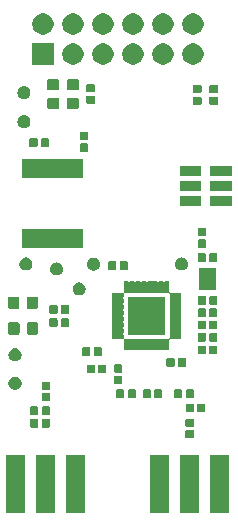
<source format=gbr>
G04 #@! TF.GenerationSoftware,KiCad,Pcbnew,5.1.5-52549c5~84~ubuntu18.04.1*
G04 #@! TF.CreationDate,2020-01-04T20:43:16+00:00*
G04 #@! TF.ProjectId,SX1257_pmod,53583132-3537-45f7-906d-6f642e6b6963,rev?*
G04 #@! TF.SameCoordinates,Original*
G04 #@! TF.FileFunction,Soldermask,Top*
G04 #@! TF.FilePolarity,Negative*
%FSLAX46Y46*%
G04 Gerber Fmt 4.6, Leading zero omitted, Abs format (unit mm)*
G04 Created by KiCad (PCBNEW 5.1.5-52549c5~84~ubuntu18.04.1) date 2020-01-04 20:43:16*
%MOMM*%
%LPD*%
G04 APERTURE LIST*
%ADD10C,0.100000*%
G04 APERTURE END LIST*
D10*
G36*
X128829000Y-68064000D02*
G01*
X127203000Y-68064000D01*
X127203000Y-63162000D01*
X128829000Y-63162000D01*
X128829000Y-68064000D01*
G37*
G36*
X131369000Y-68064000D02*
G01*
X129743000Y-68064000D01*
X129743000Y-63162000D01*
X131369000Y-63162000D01*
X131369000Y-68064000D01*
G37*
G36*
X133909000Y-68064000D02*
G01*
X132283000Y-68064000D01*
X132283000Y-63162000D01*
X133909000Y-63162000D01*
X133909000Y-68064000D01*
G37*
G36*
X116637000Y-68064000D02*
G01*
X115011000Y-68064000D01*
X115011000Y-63162000D01*
X116637000Y-63162000D01*
X116637000Y-68064000D01*
G37*
G36*
X121717000Y-68064000D02*
G01*
X120091000Y-68064000D01*
X120091000Y-63162000D01*
X121717000Y-63162000D01*
X121717000Y-68064000D01*
G37*
G36*
X119177000Y-68064000D02*
G01*
X117551000Y-68064000D01*
X117551000Y-63162000D01*
X119177000Y-63162000D01*
X119177000Y-68064000D01*
G37*
G36*
X130831938Y-61061716D02*
G01*
X130852557Y-61067971D01*
X130871553Y-61078124D01*
X130888208Y-61091792D01*
X130901876Y-61108447D01*
X130912029Y-61127443D01*
X130918284Y-61148062D01*
X130921000Y-61175640D01*
X130921000Y-61634360D01*
X130918284Y-61661938D01*
X130912029Y-61682557D01*
X130901876Y-61701553D01*
X130888208Y-61718208D01*
X130871553Y-61731876D01*
X130852557Y-61742029D01*
X130831938Y-61748284D01*
X130804360Y-61751000D01*
X130295640Y-61751000D01*
X130268062Y-61748284D01*
X130247443Y-61742029D01*
X130228447Y-61731876D01*
X130211792Y-61718208D01*
X130198124Y-61701553D01*
X130187971Y-61682557D01*
X130181716Y-61661938D01*
X130179000Y-61634360D01*
X130179000Y-61175640D01*
X130181716Y-61148062D01*
X130187971Y-61127443D01*
X130198124Y-61108447D01*
X130211792Y-61091792D01*
X130228447Y-61078124D01*
X130247443Y-61067971D01*
X130268062Y-61061716D01*
X130295640Y-61059000D01*
X130804360Y-61059000D01*
X130831938Y-61061716D01*
G37*
G36*
X118606938Y-60106716D02*
G01*
X118627557Y-60112971D01*
X118646553Y-60123124D01*
X118663208Y-60136792D01*
X118676876Y-60153447D01*
X118687029Y-60172443D01*
X118693284Y-60193062D01*
X118696000Y-60220640D01*
X118696000Y-60729360D01*
X118693284Y-60756938D01*
X118687029Y-60777557D01*
X118676876Y-60796553D01*
X118663208Y-60813208D01*
X118646553Y-60826876D01*
X118627557Y-60837029D01*
X118606938Y-60843284D01*
X118579360Y-60846000D01*
X118120640Y-60846000D01*
X118093062Y-60843284D01*
X118072443Y-60837029D01*
X118053447Y-60826876D01*
X118036792Y-60813208D01*
X118023124Y-60796553D01*
X118012971Y-60777557D01*
X118006716Y-60756938D01*
X118004000Y-60729360D01*
X118004000Y-60220640D01*
X118006716Y-60193062D01*
X118012971Y-60172443D01*
X118023124Y-60153447D01*
X118036792Y-60136792D01*
X118053447Y-60123124D01*
X118072443Y-60112971D01*
X118093062Y-60106716D01*
X118120640Y-60104000D01*
X118579360Y-60104000D01*
X118606938Y-60106716D01*
G37*
G36*
X117636938Y-60106716D02*
G01*
X117657557Y-60112971D01*
X117676553Y-60123124D01*
X117693208Y-60136792D01*
X117706876Y-60153447D01*
X117717029Y-60172443D01*
X117723284Y-60193062D01*
X117726000Y-60220640D01*
X117726000Y-60729360D01*
X117723284Y-60756938D01*
X117717029Y-60777557D01*
X117706876Y-60796553D01*
X117693208Y-60813208D01*
X117676553Y-60826876D01*
X117657557Y-60837029D01*
X117636938Y-60843284D01*
X117609360Y-60846000D01*
X117150640Y-60846000D01*
X117123062Y-60843284D01*
X117102443Y-60837029D01*
X117083447Y-60826876D01*
X117066792Y-60813208D01*
X117053124Y-60796553D01*
X117042971Y-60777557D01*
X117036716Y-60756938D01*
X117034000Y-60729360D01*
X117034000Y-60220640D01*
X117036716Y-60193062D01*
X117042971Y-60172443D01*
X117053124Y-60153447D01*
X117066792Y-60136792D01*
X117083447Y-60123124D01*
X117102443Y-60112971D01*
X117123062Y-60106716D01*
X117150640Y-60104000D01*
X117609360Y-60104000D01*
X117636938Y-60106716D01*
G37*
G36*
X130831938Y-60091716D02*
G01*
X130852557Y-60097971D01*
X130871553Y-60108124D01*
X130888208Y-60121792D01*
X130901876Y-60138447D01*
X130912029Y-60157443D01*
X130918284Y-60178062D01*
X130921000Y-60205640D01*
X130921000Y-60664360D01*
X130918284Y-60691938D01*
X130912029Y-60712557D01*
X130901876Y-60731553D01*
X130888208Y-60748208D01*
X130871553Y-60761876D01*
X130852557Y-60772029D01*
X130831938Y-60778284D01*
X130804360Y-60781000D01*
X130295640Y-60781000D01*
X130268062Y-60778284D01*
X130247443Y-60772029D01*
X130228447Y-60761876D01*
X130211792Y-60748208D01*
X130198124Y-60731553D01*
X130187971Y-60712557D01*
X130181716Y-60691938D01*
X130179000Y-60664360D01*
X130179000Y-60205640D01*
X130181716Y-60178062D01*
X130187971Y-60157443D01*
X130198124Y-60138447D01*
X130211792Y-60121792D01*
X130228447Y-60108124D01*
X130247443Y-60097971D01*
X130268062Y-60091716D01*
X130295640Y-60089000D01*
X130804360Y-60089000D01*
X130831938Y-60091716D01*
G37*
G36*
X117636938Y-59056716D02*
G01*
X117657557Y-59062971D01*
X117676553Y-59073124D01*
X117693208Y-59086792D01*
X117706876Y-59103447D01*
X117717029Y-59122443D01*
X117723284Y-59143062D01*
X117726000Y-59170640D01*
X117726000Y-59679360D01*
X117723284Y-59706938D01*
X117717029Y-59727557D01*
X117706876Y-59746553D01*
X117693208Y-59763208D01*
X117676553Y-59776876D01*
X117657557Y-59787029D01*
X117636938Y-59793284D01*
X117609360Y-59796000D01*
X117150640Y-59796000D01*
X117123062Y-59793284D01*
X117102443Y-59787029D01*
X117083447Y-59776876D01*
X117066792Y-59763208D01*
X117053124Y-59746553D01*
X117042971Y-59727557D01*
X117036716Y-59706938D01*
X117034000Y-59679360D01*
X117034000Y-59170640D01*
X117036716Y-59143062D01*
X117042971Y-59122443D01*
X117053124Y-59103447D01*
X117066792Y-59086792D01*
X117083447Y-59073124D01*
X117102443Y-59062971D01*
X117123062Y-59056716D01*
X117150640Y-59054000D01*
X117609360Y-59054000D01*
X117636938Y-59056716D01*
G37*
G36*
X118606938Y-59056716D02*
G01*
X118627557Y-59062971D01*
X118646553Y-59073124D01*
X118663208Y-59086792D01*
X118676876Y-59103447D01*
X118687029Y-59122443D01*
X118693284Y-59143062D01*
X118696000Y-59170640D01*
X118696000Y-59679360D01*
X118693284Y-59706938D01*
X118687029Y-59727557D01*
X118676876Y-59746553D01*
X118663208Y-59763208D01*
X118646553Y-59776876D01*
X118627557Y-59787029D01*
X118606938Y-59793284D01*
X118579360Y-59796000D01*
X118120640Y-59796000D01*
X118093062Y-59793284D01*
X118072443Y-59787029D01*
X118053447Y-59776876D01*
X118036792Y-59763208D01*
X118023124Y-59746553D01*
X118012971Y-59727557D01*
X118006716Y-59706938D01*
X118004000Y-59679360D01*
X118004000Y-59170640D01*
X118006716Y-59143062D01*
X118012971Y-59122443D01*
X118023124Y-59103447D01*
X118036792Y-59086792D01*
X118053447Y-59073124D01*
X118072443Y-59062971D01*
X118093062Y-59056716D01*
X118120640Y-59054000D01*
X118579360Y-59054000D01*
X118606938Y-59056716D01*
G37*
G36*
X131781938Y-58811716D02*
G01*
X131802557Y-58817971D01*
X131821553Y-58828124D01*
X131838208Y-58841792D01*
X131851876Y-58858447D01*
X131862029Y-58877443D01*
X131868284Y-58898062D01*
X131871000Y-58925640D01*
X131871000Y-59434360D01*
X131868284Y-59461938D01*
X131862029Y-59482557D01*
X131851876Y-59501553D01*
X131838208Y-59518208D01*
X131821553Y-59531876D01*
X131802557Y-59542029D01*
X131781938Y-59548284D01*
X131754360Y-59551000D01*
X131295640Y-59551000D01*
X131268062Y-59548284D01*
X131247443Y-59542029D01*
X131228447Y-59531876D01*
X131211792Y-59518208D01*
X131198124Y-59501553D01*
X131187971Y-59482557D01*
X131181716Y-59461938D01*
X131179000Y-59434360D01*
X131179000Y-58925640D01*
X131181716Y-58898062D01*
X131187971Y-58877443D01*
X131198124Y-58858447D01*
X131211792Y-58841792D01*
X131228447Y-58828124D01*
X131247443Y-58817971D01*
X131268062Y-58811716D01*
X131295640Y-58809000D01*
X131754360Y-58809000D01*
X131781938Y-58811716D01*
G37*
G36*
X130811938Y-58811716D02*
G01*
X130832557Y-58817971D01*
X130851553Y-58828124D01*
X130868208Y-58841792D01*
X130881876Y-58858447D01*
X130892029Y-58877443D01*
X130898284Y-58898062D01*
X130901000Y-58925640D01*
X130901000Y-59434360D01*
X130898284Y-59461938D01*
X130892029Y-59482557D01*
X130881876Y-59501553D01*
X130868208Y-59518208D01*
X130851553Y-59531876D01*
X130832557Y-59542029D01*
X130811938Y-59548284D01*
X130784360Y-59551000D01*
X130325640Y-59551000D01*
X130298062Y-59548284D01*
X130277443Y-59542029D01*
X130258447Y-59531876D01*
X130241792Y-59518208D01*
X130228124Y-59501553D01*
X130217971Y-59482557D01*
X130211716Y-59461938D01*
X130209000Y-59434360D01*
X130209000Y-58925640D01*
X130211716Y-58898062D01*
X130217971Y-58877443D01*
X130228124Y-58858447D01*
X130241792Y-58841792D01*
X130258447Y-58828124D01*
X130277443Y-58817971D01*
X130298062Y-58811716D01*
X130325640Y-58809000D01*
X130784360Y-58809000D01*
X130811938Y-58811716D01*
G37*
G36*
X118656938Y-57916716D02*
G01*
X118677557Y-57922971D01*
X118696553Y-57933124D01*
X118713208Y-57946792D01*
X118726876Y-57963447D01*
X118737029Y-57982443D01*
X118743284Y-58003062D01*
X118746000Y-58030640D01*
X118746000Y-58489360D01*
X118743284Y-58516938D01*
X118737029Y-58537557D01*
X118726876Y-58556553D01*
X118713208Y-58573208D01*
X118696553Y-58586876D01*
X118677557Y-58597029D01*
X118656938Y-58603284D01*
X118629360Y-58606000D01*
X118120640Y-58606000D01*
X118093062Y-58603284D01*
X118072443Y-58597029D01*
X118053447Y-58586876D01*
X118036792Y-58573208D01*
X118023124Y-58556553D01*
X118012971Y-58537557D01*
X118006716Y-58516938D01*
X118004000Y-58489360D01*
X118004000Y-58030640D01*
X118006716Y-58003062D01*
X118012971Y-57982443D01*
X118023124Y-57963447D01*
X118036792Y-57946792D01*
X118053447Y-57933124D01*
X118072443Y-57922971D01*
X118093062Y-57916716D01*
X118120640Y-57914000D01*
X118629360Y-57914000D01*
X118656938Y-57916716D01*
G37*
G36*
X128131938Y-57611716D02*
G01*
X128152557Y-57617971D01*
X128171553Y-57628124D01*
X128188208Y-57641792D01*
X128201876Y-57658447D01*
X128212029Y-57677443D01*
X128218284Y-57698062D01*
X128221000Y-57725640D01*
X128221000Y-58234360D01*
X128218284Y-58261938D01*
X128212029Y-58282557D01*
X128201876Y-58301553D01*
X128188208Y-58318208D01*
X128171553Y-58331876D01*
X128152557Y-58342029D01*
X128131938Y-58348284D01*
X128104360Y-58351000D01*
X127645640Y-58351000D01*
X127618062Y-58348284D01*
X127597443Y-58342029D01*
X127578447Y-58331876D01*
X127561792Y-58318208D01*
X127548124Y-58301553D01*
X127537971Y-58282557D01*
X127531716Y-58261938D01*
X127529000Y-58234360D01*
X127529000Y-57725640D01*
X127531716Y-57698062D01*
X127537971Y-57677443D01*
X127548124Y-57658447D01*
X127561792Y-57641792D01*
X127578447Y-57628124D01*
X127597443Y-57617971D01*
X127618062Y-57611716D01*
X127645640Y-57609000D01*
X128104360Y-57609000D01*
X128131938Y-57611716D01*
G37*
G36*
X130806938Y-57611716D02*
G01*
X130827557Y-57617971D01*
X130846553Y-57628124D01*
X130863208Y-57641792D01*
X130876876Y-57658447D01*
X130887029Y-57677443D01*
X130893284Y-57698062D01*
X130896000Y-57725640D01*
X130896000Y-58234360D01*
X130893284Y-58261938D01*
X130887029Y-58282557D01*
X130876876Y-58301553D01*
X130863208Y-58318208D01*
X130846553Y-58331876D01*
X130827557Y-58342029D01*
X130806938Y-58348284D01*
X130779360Y-58351000D01*
X130320640Y-58351000D01*
X130293062Y-58348284D01*
X130272443Y-58342029D01*
X130253447Y-58331876D01*
X130236792Y-58318208D01*
X130223124Y-58301553D01*
X130212971Y-58282557D01*
X130206716Y-58261938D01*
X130204000Y-58234360D01*
X130204000Y-57725640D01*
X130206716Y-57698062D01*
X130212971Y-57677443D01*
X130223124Y-57658447D01*
X130236792Y-57641792D01*
X130253447Y-57628124D01*
X130272443Y-57617971D01*
X130293062Y-57611716D01*
X130320640Y-57609000D01*
X130779360Y-57609000D01*
X130806938Y-57611716D01*
G37*
G36*
X129836938Y-57611716D02*
G01*
X129857557Y-57617971D01*
X129876553Y-57628124D01*
X129893208Y-57641792D01*
X129906876Y-57658447D01*
X129917029Y-57677443D01*
X129923284Y-57698062D01*
X129926000Y-57725640D01*
X129926000Y-58234360D01*
X129923284Y-58261938D01*
X129917029Y-58282557D01*
X129906876Y-58301553D01*
X129893208Y-58318208D01*
X129876553Y-58331876D01*
X129857557Y-58342029D01*
X129836938Y-58348284D01*
X129809360Y-58351000D01*
X129350640Y-58351000D01*
X129323062Y-58348284D01*
X129302443Y-58342029D01*
X129283447Y-58331876D01*
X129266792Y-58318208D01*
X129253124Y-58301553D01*
X129242971Y-58282557D01*
X129236716Y-58261938D01*
X129234000Y-58234360D01*
X129234000Y-57725640D01*
X129236716Y-57698062D01*
X129242971Y-57677443D01*
X129253124Y-57658447D01*
X129266792Y-57641792D01*
X129283447Y-57628124D01*
X129302443Y-57617971D01*
X129323062Y-57611716D01*
X129350640Y-57609000D01*
X129809360Y-57609000D01*
X129836938Y-57611716D01*
G37*
G36*
X125891938Y-57611716D02*
G01*
X125912557Y-57617971D01*
X125931553Y-57628124D01*
X125948208Y-57641792D01*
X125961876Y-57658447D01*
X125972029Y-57677443D01*
X125978284Y-57698062D01*
X125981000Y-57725640D01*
X125981000Y-58234360D01*
X125978284Y-58261938D01*
X125972029Y-58282557D01*
X125961876Y-58301553D01*
X125948208Y-58318208D01*
X125931553Y-58331876D01*
X125912557Y-58342029D01*
X125891938Y-58348284D01*
X125864360Y-58351000D01*
X125405640Y-58351000D01*
X125378062Y-58348284D01*
X125357443Y-58342029D01*
X125338447Y-58331876D01*
X125321792Y-58318208D01*
X125308124Y-58301553D01*
X125297971Y-58282557D01*
X125291716Y-58261938D01*
X125289000Y-58234360D01*
X125289000Y-57725640D01*
X125291716Y-57698062D01*
X125297971Y-57677443D01*
X125308124Y-57658447D01*
X125321792Y-57641792D01*
X125338447Y-57628124D01*
X125357443Y-57617971D01*
X125378062Y-57611716D01*
X125405640Y-57609000D01*
X125864360Y-57609000D01*
X125891938Y-57611716D01*
G37*
G36*
X124921938Y-57611716D02*
G01*
X124942557Y-57617971D01*
X124961553Y-57628124D01*
X124978208Y-57641792D01*
X124991876Y-57658447D01*
X125002029Y-57677443D01*
X125008284Y-57698062D01*
X125011000Y-57725640D01*
X125011000Y-58234360D01*
X125008284Y-58261938D01*
X125002029Y-58282557D01*
X124991876Y-58301553D01*
X124978208Y-58318208D01*
X124961553Y-58331876D01*
X124942557Y-58342029D01*
X124921938Y-58348284D01*
X124894360Y-58351000D01*
X124435640Y-58351000D01*
X124408062Y-58348284D01*
X124387443Y-58342029D01*
X124368447Y-58331876D01*
X124351792Y-58318208D01*
X124338124Y-58301553D01*
X124327971Y-58282557D01*
X124321716Y-58261938D01*
X124319000Y-58234360D01*
X124319000Y-57725640D01*
X124321716Y-57698062D01*
X124327971Y-57677443D01*
X124338124Y-57658447D01*
X124351792Y-57641792D01*
X124368447Y-57628124D01*
X124387443Y-57617971D01*
X124408062Y-57611716D01*
X124435640Y-57609000D01*
X124894360Y-57609000D01*
X124921938Y-57611716D01*
G37*
G36*
X127161938Y-57611716D02*
G01*
X127182557Y-57617971D01*
X127201553Y-57628124D01*
X127218208Y-57641792D01*
X127231876Y-57658447D01*
X127242029Y-57677443D01*
X127248284Y-57698062D01*
X127251000Y-57725640D01*
X127251000Y-58234360D01*
X127248284Y-58261938D01*
X127242029Y-58282557D01*
X127231876Y-58301553D01*
X127218208Y-58318208D01*
X127201553Y-58331876D01*
X127182557Y-58342029D01*
X127161938Y-58348284D01*
X127134360Y-58351000D01*
X126675640Y-58351000D01*
X126648062Y-58348284D01*
X126627443Y-58342029D01*
X126608447Y-58331876D01*
X126591792Y-58318208D01*
X126578124Y-58301553D01*
X126567971Y-58282557D01*
X126561716Y-58261938D01*
X126559000Y-58234360D01*
X126559000Y-57725640D01*
X126561716Y-57698062D01*
X126567971Y-57677443D01*
X126578124Y-57658447D01*
X126591792Y-57641792D01*
X126608447Y-57628124D01*
X126627443Y-57617971D01*
X126648062Y-57611716D01*
X126675640Y-57609000D01*
X127134360Y-57609000D01*
X127161938Y-57611716D01*
G37*
G36*
X118656938Y-56946716D02*
G01*
X118677557Y-56952971D01*
X118696553Y-56963124D01*
X118713208Y-56976792D01*
X118726876Y-56993447D01*
X118737029Y-57012443D01*
X118743284Y-57033062D01*
X118746000Y-57060640D01*
X118746000Y-57519360D01*
X118743284Y-57546938D01*
X118737029Y-57567557D01*
X118726876Y-57586553D01*
X118713208Y-57603208D01*
X118696553Y-57616876D01*
X118677557Y-57627029D01*
X118656938Y-57633284D01*
X118629360Y-57636000D01*
X118120640Y-57636000D01*
X118093062Y-57633284D01*
X118072443Y-57627029D01*
X118053447Y-57616876D01*
X118036792Y-57603208D01*
X118023124Y-57586553D01*
X118012971Y-57567557D01*
X118006716Y-57546938D01*
X118004000Y-57519360D01*
X118004000Y-57060640D01*
X118006716Y-57033062D01*
X118012971Y-57012443D01*
X118023124Y-56993447D01*
X118036792Y-56976792D01*
X118053447Y-56963124D01*
X118072443Y-56952971D01*
X118093062Y-56946716D01*
X118120640Y-56944000D01*
X118629360Y-56944000D01*
X118656938Y-56946716D01*
G37*
G36*
X115910721Y-56540174D02*
G01*
X116010995Y-56581709D01*
X116010996Y-56581710D01*
X116101242Y-56642010D01*
X116177990Y-56718758D01*
X116177991Y-56718760D01*
X116238291Y-56809005D01*
X116279826Y-56909279D01*
X116301000Y-57015730D01*
X116301000Y-57124270D01*
X116279826Y-57230721D01*
X116238291Y-57330995D01*
X116238290Y-57330996D01*
X116177990Y-57421242D01*
X116101242Y-57497990D01*
X116069259Y-57519360D01*
X116010995Y-57558291D01*
X115910721Y-57599826D01*
X115804270Y-57621000D01*
X115695730Y-57621000D01*
X115589279Y-57599826D01*
X115489005Y-57558291D01*
X115430741Y-57519360D01*
X115398758Y-57497990D01*
X115322010Y-57421242D01*
X115261710Y-57330996D01*
X115261709Y-57330995D01*
X115220174Y-57230721D01*
X115199000Y-57124270D01*
X115199000Y-57015730D01*
X115220174Y-56909279D01*
X115261709Y-56809005D01*
X115322009Y-56718760D01*
X115322010Y-56718758D01*
X115398758Y-56642010D01*
X115489004Y-56581710D01*
X115489005Y-56581709D01*
X115589279Y-56540174D01*
X115695730Y-56519000D01*
X115804270Y-56519000D01*
X115910721Y-56540174D01*
G37*
G36*
X124761938Y-56466716D02*
G01*
X124782557Y-56472971D01*
X124801553Y-56483124D01*
X124818208Y-56496792D01*
X124831876Y-56513447D01*
X124842029Y-56532443D01*
X124848284Y-56553062D01*
X124851000Y-56580640D01*
X124851000Y-57039360D01*
X124848284Y-57066938D01*
X124842029Y-57087557D01*
X124831876Y-57106553D01*
X124818208Y-57123208D01*
X124801553Y-57136876D01*
X124782557Y-57147029D01*
X124761938Y-57153284D01*
X124734360Y-57156000D01*
X124225640Y-57156000D01*
X124198062Y-57153284D01*
X124177443Y-57147029D01*
X124158447Y-57136876D01*
X124141792Y-57123208D01*
X124128124Y-57106553D01*
X124117971Y-57087557D01*
X124111716Y-57066938D01*
X124109000Y-57039360D01*
X124109000Y-56580640D01*
X124111716Y-56553062D01*
X124117971Y-56532443D01*
X124128124Y-56513447D01*
X124141792Y-56496792D01*
X124158447Y-56483124D01*
X124177443Y-56472971D01*
X124198062Y-56466716D01*
X124225640Y-56464000D01*
X124734360Y-56464000D01*
X124761938Y-56466716D01*
G37*
G36*
X122426938Y-55506716D02*
G01*
X122447557Y-55512971D01*
X122466553Y-55523124D01*
X122483208Y-55536792D01*
X122496876Y-55553447D01*
X122507029Y-55572443D01*
X122513284Y-55593062D01*
X122516000Y-55620640D01*
X122516000Y-56129360D01*
X122513284Y-56156938D01*
X122507029Y-56177557D01*
X122496876Y-56196553D01*
X122483208Y-56213208D01*
X122466553Y-56226876D01*
X122447557Y-56237029D01*
X122426938Y-56243284D01*
X122399360Y-56246000D01*
X121940640Y-56246000D01*
X121913062Y-56243284D01*
X121892443Y-56237029D01*
X121873447Y-56226876D01*
X121856792Y-56213208D01*
X121843124Y-56196553D01*
X121832971Y-56177557D01*
X121826716Y-56156938D01*
X121824000Y-56129360D01*
X121824000Y-55620640D01*
X121826716Y-55593062D01*
X121832971Y-55572443D01*
X121843124Y-55553447D01*
X121856792Y-55536792D01*
X121873447Y-55523124D01*
X121892443Y-55512971D01*
X121913062Y-55506716D01*
X121940640Y-55504000D01*
X122399360Y-55504000D01*
X122426938Y-55506716D01*
G37*
G36*
X123396938Y-55506716D02*
G01*
X123417557Y-55512971D01*
X123436553Y-55523124D01*
X123453208Y-55536792D01*
X123466876Y-55553447D01*
X123477029Y-55572443D01*
X123483284Y-55593062D01*
X123486000Y-55620640D01*
X123486000Y-56129360D01*
X123483284Y-56156938D01*
X123477029Y-56177557D01*
X123466876Y-56196553D01*
X123453208Y-56213208D01*
X123436553Y-56226876D01*
X123417557Y-56237029D01*
X123396938Y-56243284D01*
X123369360Y-56246000D01*
X122910640Y-56246000D01*
X122883062Y-56243284D01*
X122862443Y-56237029D01*
X122843447Y-56226876D01*
X122826792Y-56213208D01*
X122813124Y-56196553D01*
X122802971Y-56177557D01*
X122796716Y-56156938D01*
X122794000Y-56129360D01*
X122794000Y-55620640D01*
X122796716Y-55593062D01*
X122802971Y-55572443D01*
X122813124Y-55553447D01*
X122826792Y-55536792D01*
X122843447Y-55523124D01*
X122862443Y-55512971D01*
X122883062Y-55506716D01*
X122910640Y-55504000D01*
X123369360Y-55504000D01*
X123396938Y-55506716D01*
G37*
G36*
X124761938Y-55496716D02*
G01*
X124782557Y-55502971D01*
X124801553Y-55513124D01*
X124818208Y-55526792D01*
X124831876Y-55543447D01*
X124842029Y-55562443D01*
X124848284Y-55583062D01*
X124851000Y-55610640D01*
X124851000Y-56069360D01*
X124848284Y-56096938D01*
X124842029Y-56117557D01*
X124831876Y-56136553D01*
X124818208Y-56153208D01*
X124801553Y-56166876D01*
X124782557Y-56177029D01*
X124761938Y-56183284D01*
X124734360Y-56186000D01*
X124225640Y-56186000D01*
X124198062Y-56183284D01*
X124177443Y-56177029D01*
X124158447Y-56166876D01*
X124141792Y-56153208D01*
X124128124Y-56136553D01*
X124117971Y-56117557D01*
X124111716Y-56096938D01*
X124109000Y-56069360D01*
X124109000Y-55610640D01*
X124111716Y-55583062D01*
X124117971Y-55562443D01*
X124128124Y-55543447D01*
X124141792Y-55526792D01*
X124158447Y-55513124D01*
X124177443Y-55502971D01*
X124198062Y-55496716D01*
X124225640Y-55494000D01*
X124734360Y-55494000D01*
X124761938Y-55496716D01*
G37*
G36*
X130146938Y-54956716D02*
G01*
X130167557Y-54962971D01*
X130186553Y-54973124D01*
X130203208Y-54986792D01*
X130216876Y-55003447D01*
X130227029Y-55022443D01*
X130233284Y-55043062D01*
X130236000Y-55070640D01*
X130236000Y-55579360D01*
X130233284Y-55606938D01*
X130227029Y-55627557D01*
X130216876Y-55646553D01*
X130203208Y-55663208D01*
X130186553Y-55676876D01*
X130167557Y-55687029D01*
X130146938Y-55693284D01*
X130119360Y-55696000D01*
X129660640Y-55696000D01*
X129633062Y-55693284D01*
X129612443Y-55687029D01*
X129593447Y-55676876D01*
X129576792Y-55663208D01*
X129563124Y-55646553D01*
X129552971Y-55627557D01*
X129546716Y-55606938D01*
X129544000Y-55579360D01*
X129544000Y-55070640D01*
X129546716Y-55043062D01*
X129552971Y-55022443D01*
X129563124Y-55003447D01*
X129576792Y-54986792D01*
X129593447Y-54973124D01*
X129612443Y-54962971D01*
X129633062Y-54956716D01*
X129660640Y-54954000D01*
X130119360Y-54954000D01*
X130146938Y-54956716D01*
G37*
G36*
X129176938Y-54956716D02*
G01*
X129197557Y-54962971D01*
X129216553Y-54973124D01*
X129233208Y-54986792D01*
X129246876Y-55003447D01*
X129257029Y-55022443D01*
X129263284Y-55043062D01*
X129266000Y-55070640D01*
X129266000Y-55579360D01*
X129263284Y-55606938D01*
X129257029Y-55627557D01*
X129246876Y-55646553D01*
X129233208Y-55663208D01*
X129216553Y-55676876D01*
X129197557Y-55687029D01*
X129176938Y-55693284D01*
X129149360Y-55696000D01*
X128690640Y-55696000D01*
X128663062Y-55693284D01*
X128642443Y-55687029D01*
X128623447Y-55676876D01*
X128606792Y-55663208D01*
X128593124Y-55646553D01*
X128582971Y-55627557D01*
X128576716Y-55606938D01*
X128574000Y-55579360D01*
X128574000Y-55070640D01*
X128576716Y-55043062D01*
X128582971Y-55022443D01*
X128593124Y-55003447D01*
X128606792Y-54986792D01*
X128623447Y-54973124D01*
X128642443Y-54962971D01*
X128663062Y-54956716D01*
X128690640Y-54954000D01*
X129149360Y-54954000D01*
X129176938Y-54956716D01*
G37*
G36*
X115910721Y-54140174D02*
G01*
X116010995Y-54181709D01*
X116010996Y-54181710D01*
X116101242Y-54242010D01*
X116177990Y-54318758D01*
X116177991Y-54318760D01*
X116238291Y-54409005D01*
X116279826Y-54509279D01*
X116301000Y-54615730D01*
X116301000Y-54724270D01*
X116279826Y-54830721D01*
X116238291Y-54930995D01*
X116238290Y-54930996D01*
X116177990Y-55021242D01*
X116101242Y-55097990D01*
X116057825Y-55127000D01*
X116010995Y-55158291D01*
X115910721Y-55199826D01*
X115804270Y-55221000D01*
X115695730Y-55221000D01*
X115589279Y-55199826D01*
X115489005Y-55158291D01*
X115442175Y-55127000D01*
X115398758Y-55097990D01*
X115322010Y-55021242D01*
X115261710Y-54930996D01*
X115261709Y-54930995D01*
X115220174Y-54830721D01*
X115199000Y-54724270D01*
X115199000Y-54615730D01*
X115220174Y-54509279D01*
X115261709Y-54409005D01*
X115322009Y-54318760D01*
X115322010Y-54318758D01*
X115398758Y-54242010D01*
X115489004Y-54181710D01*
X115489005Y-54181709D01*
X115589279Y-54140174D01*
X115695730Y-54119000D01*
X115804270Y-54119000D01*
X115910721Y-54140174D01*
G37*
G36*
X123016938Y-54041716D02*
G01*
X123037557Y-54047971D01*
X123056553Y-54058124D01*
X123073208Y-54071792D01*
X123086876Y-54088447D01*
X123097029Y-54107443D01*
X123103284Y-54128062D01*
X123106000Y-54155640D01*
X123106000Y-54664360D01*
X123103284Y-54691938D01*
X123097029Y-54712557D01*
X123086876Y-54731553D01*
X123073208Y-54748208D01*
X123056553Y-54761876D01*
X123037557Y-54772029D01*
X123016938Y-54778284D01*
X122989360Y-54781000D01*
X122530640Y-54781000D01*
X122503062Y-54778284D01*
X122482443Y-54772029D01*
X122463447Y-54761876D01*
X122446792Y-54748208D01*
X122433124Y-54731553D01*
X122422971Y-54712557D01*
X122416716Y-54691938D01*
X122414000Y-54664360D01*
X122414000Y-54155640D01*
X122416716Y-54128062D01*
X122422971Y-54107443D01*
X122433124Y-54088447D01*
X122446792Y-54071792D01*
X122463447Y-54058124D01*
X122482443Y-54047971D01*
X122503062Y-54041716D01*
X122530640Y-54039000D01*
X122989360Y-54039000D01*
X123016938Y-54041716D01*
G37*
G36*
X122046938Y-54041716D02*
G01*
X122067557Y-54047971D01*
X122086553Y-54058124D01*
X122103208Y-54071792D01*
X122116876Y-54088447D01*
X122127029Y-54107443D01*
X122133284Y-54128062D01*
X122136000Y-54155640D01*
X122136000Y-54664360D01*
X122133284Y-54691938D01*
X122127029Y-54712557D01*
X122116876Y-54731553D01*
X122103208Y-54748208D01*
X122086553Y-54761876D01*
X122067557Y-54772029D01*
X122046938Y-54778284D01*
X122019360Y-54781000D01*
X121560640Y-54781000D01*
X121533062Y-54778284D01*
X121512443Y-54772029D01*
X121493447Y-54761876D01*
X121476792Y-54748208D01*
X121463124Y-54731553D01*
X121452971Y-54712557D01*
X121446716Y-54691938D01*
X121444000Y-54664360D01*
X121444000Y-54155640D01*
X121446716Y-54128062D01*
X121452971Y-54107443D01*
X121463124Y-54088447D01*
X121476792Y-54071792D01*
X121493447Y-54058124D01*
X121512443Y-54047971D01*
X121533062Y-54041716D01*
X121560640Y-54039000D01*
X122019360Y-54039000D01*
X122046938Y-54041716D01*
G37*
G36*
X131826938Y-53906716D02*
G01*
X131847557Y-53912971D01*
X131866553Y-53923124D01*
X131883208Y-53936792D01*
X131896876Y-53953447D01*
X131907029Y-53972443D01*
X131913284Y-53993062D01*
X131916000Y-54020640D01*
X131916000Y-54529360D01*
X131913284Y-54556938D01*
X131907029Y-54577557D01*
X131896876Y-54596553D01*
X131883208Y-54613208D01*
X131866553Y-54626876D01*
X131847557Y-54637029D01*
X131826938Y-54643284D01*
X131799360Y-54646000D01*
X131340640Y-54646000D01*
X131313062Y-54643284D01*
X131292443Y-54637029D01*
X131273447Y-54626876D01*
X131256792Y-54613208D01*
X131243124Y-54596553D01*
X131232971Y-54577557D01*
X131226716Y-54556938D01*
X131224000Y-54529360D01*
X131224000Y-54020640D01*
X131226716Y-53993062D01*
X131232971Y-53972443D01*
X131243124Y-53953447D01*
X131256792Y-53936792D01*
X131273447Y-53923124D01*
X131292443Y-53912971D01*
X131313062Y-53906716D01*
X131340640Y-53904000D01*
X131799360Y-53904000D01*
X131826938Y-53906716D01*
G37*
G36*
X132796938Y-53906716D02*
G01*
X132817557Y-53912971D01*
X132836553Y-53923124D01*
X132853208Y-53936792D01*
X132866876Y-53953447D01*
X132877029Y-53972443D01*
X132883284Y-53993062D01*
X132886000Y-54020640D01*
X132886000Y-54529360D01*
X132883284Y-54556938D01*
X132877029Y-54577557D01*
X132866876Y-54596553D01*
X132853208Y-54613208D01*
X132836553Y-54626876D01*
X132817557Y-54637029D01*
X132796938Y-54643284D01*
X132769360Y-54646000D01*
X132310640Y-54646000D01*
X132283062Y-54643284D01*
X132262443Y-54637029D01*
X132243447Y-54626876D01*
X132226792Y-54613208D01*
X132213124Y-54596553D01*
X132202971Y-54577557D01*
X132196716Y-54556938D01*
X132194000Y-54529360D01*
X132194000Y-54020640D01*
X132196716Y-53993062D01*
X132202971Y-53972443D01*
X132213124Y-53953447D01*
X132226792Y-53936792D01*
X132243447Y-53923124D01*
X132262443Y-53912971D01*
X132283062Y-53906716D01*
X132310640Y-53904000D01*
X132769360Y-53904000D01*
X132796938Y-53906716D01*
G37*
G36*
X125295355Y-48460083D02*
G01*
X125300029Y-48461501D01*
X125304330Y-48463800D01*
X125310702Y-48469029D01*
X125331076Y-48482643D01*
X125353715Y-48492020D01*
X125377749Y-48496800D01*
X125402253Y-48496800D01*
X125426286Y-48492019D01*
X125448925Y-48482642D01*
X125469298Y-48469029D01*
X125475670Y-48463800D01*
X125479971Y-48461501D01*
X125484645Y-48460083D01*
X125495641Y-48459000D01*
X125784359Y-48459000D01*
X125795355Y-48460083D01*
X125800029Y-48461501D01*
X125804330Y-48463800D01*
X125810702Y-48469029D01*
X125831076Y-48482643D01*
X125853715Y-48492020D01*
X125877749Y-48496800D01*
X125902253Y-48496800D01*
X125926286Y-48492019D01*
X125948925Y-48482642D01*
X125969298Y-48469029D01*
X125975670Y-48463800D01*
X125979971Y-48461501D01*
X125984645Y-48460083D01*
X125995641Y-48459000D01*
X126284359Y-48459000D01*
X126295355Y-48460083D01*
X126300029Y-48461501D01*
X126304330Y-48463800D01*
X126310702Y-48469029D01*
X126331076Y-48482643D01*
X126353715Y-48492020D01*
X126377749Y-48496800D01*
X126402253Y-48496800D01*
X126426286Y-48492019D01*
X126448925Y-48482642D01*
X126469298Y-48469029D01*
X126475670Y-48463800D01*
X126479971Y-48461501D01*
X126484645Y-48460083D01*
X126495641Y-48459000D01*
X126784359Y-48459000D01*
X126795355Y-48460083D01*
X126800029Y-48461501D01*
X126804330Y-48463800D01*
X126810702Y-48469029D01*
X126831076Y-48482643D01*
X126853715Y-48492020D01*
X126877749Y-48496800D01*
X126902253Y-48496800D01*
X126926286Y-48492019D01*
X126948925Y-48482642D01*
X126969298Y-48469029D01*
X126975670Y-48463800D01*
X126979971Y-48461501D01*
X126984645Y-48460083D01*
X126995641Y-48459000D01*
X127284359Y-48459000D01*
X127295355Y-48460083D01*
X127300029Y-48461501D01*
X127304330Y-48463800D01*
X127310702Y-48469029D01*
X127331076Y-48482643D01*
X127353715Y-48492020D01*
X127377749Y-48496800D01*
X127402253Y-48496800D01*
X127426286Y-48492019D01*
X127448925Y-48482642D01*
X127469298Y-48469029D01*
X127475670Y-48463800D01*
X127479971Y-48461501D01*
X127484645Y-48460083D01*
X127495641Y-48459000D01*
X127784359Y-48459000D01*
X127795355Y-48460083D01*
X127800029Y-48461501D01*
X127804330Y-48463800D01*
X127810702Y-48469029D01*
X127831076Y-48482643D01*
X127853715Y-48492020D01*
X127877749Y-48496800D01*
X127902253Y-48496800D01*
X127926286Y-48492019D01*
X127948925Y-48482642D01*
X127969298Y-48469029D01*
X127975670Y-48463800D01*
X127979971Y-48461501D01*
X127984645Y-48460083D01*
X127995641Y-48459000D01*
X128284359Y-48459000D01*
X128295355Y-48460083D01*
X128300029Y-48461501D01*
X128304330Y-48463800D01*
X128310702Y-48469029D01*
X128331076Y-48482643D01*
X128353715Y-48492020D01*
X128377749Y-48496800D01*
X128402253Y-48496800D01*
X128426286Y-48492019D01*
X128448925Y-48482642D01*
X128469298Y-48469029D01*
X128475670Y-48463800D01*
X128479971Y-48461501D01*
X128484645Y-48460083D01*
X128495641Y-48459000D01*
X128784359Y-48459000D01*
X128795355Y-48460083D01*
X128800029Y-48461501D01*
X128804331Y-48463800D01*
X128808104Y-48466896D01*
X128811200Y-48470669D01*
X128813499Y-48474971D01*
X128814917Y-48479645D01*
X128816000Y-48490641D01*
X128816000Y-49334001D01*
X128818402Y-49358387D01*
X128825515Y-49381836D01*
X128837066Y-49403447D01*
X128852611Y-49422389D01*
X128871553Y-49437934D01*
X128893164Y-49449485D01*
X128916613Y-49456598D01*
X128940999Y-49459000D01*
X129784359Y-49459000D01*
X129795355Y-49460083D01*
X129800029Y-49461501D01*
X129804331Y-49463800D01*
X129808104Y-49466896D01*
X129811200Y-49470669D01*
X129813499Y-49474971D01*
X129814917Y-49479645D01*
X129816000Y-49490641D01*
X129816000Y-49779359D01*
X129814917Y-49790355D01*
X129813499Y-49795029D01*
X129811200Y-49799330D01*
X129805971Y-49805702D01*
X129792357Y-49826076D01*
X129782980Y-49848715D01*
X129778200Y-49872749D01*
X129778200Y-49897253D01*
X129782981Y-49921286D01*
X129792358Y-49943925D01*
X129805971Y-49964298D01*
X129811200Y-49970670D01*
X129813499Y-49974971D01*
X129814917Y-49979645D01*
X129816000Y-49990641D01*
X129816000Y-50279359D01*
X129814917Y-50290355D01*
X129813499Y-50295029D01*
X129811200Y-50299330D01*
X129805971Y-50305702D01*
X129792357Y-50326076D01*
X129782980Y-50348715D01*
X129778200Y-50372749D01*
X129778200Y-50397253D01*
X129782981Y-50421286D01*
X129792358Y-50443925D01*
X129805971Y-50464298D01*
X129811200Y-50470670D01*
X129813499Y-50474971D01*
X129814917Y-50479645D01*
X129816000Y-50490641D01*
X129816000Y-50779359D01*
X129814917Y-50790355D01*
X129813499Y-50795029D01*
X129811200Y-50799330D01*
X129805971Y-50805702D01*
X129792357Y-50826076D01*
X129782980Y-50848715D01*
X129778200Y-50872749D01*
X129778200Y-50897253D01*
X129782981Y-50921286D01*
X129792358Y-50943925D01*
X129805971Y-50964298D01*
X129811200Y-50970670D01*
X129813499Y-50974971D01*
X129814917Y-50979645D01*
X129816000Y-50990641D01*
X129816000Y-51279359D01*
X129814917Y-51290355D01*
X129813499Y-51295029D01*
X129811200Y-51299330D01*
X129805971Y-51305702D01*
X129792357Y-51326076D01*
X129782980Y-51348715D01*
X129778200Y-51372749D01*
X129778200Y-51397253D01*
X129782981Y-51421286D01*
X129792358Y-51443925D01*
X129805971Y-51464298D01*
X129811200Y-51470670D01*
X129813499Y-51474971D01*
X129814917Y-51479645D01*
X129816000Y-51490641D01*
X129816000Y-51779359D01*
X129814917Y-51790355D01*
X129813499Y-51795029D01*
X129811200Y-51799330D01*
X129805971Y-51805702D01*
X129792357Y-51826076D01*
X129782980Y-51848715D01*
X129778200Y-51872749D01*
X129778200Y-51897253D01*
X129782981Y-51921286D01*
X129792358Y-51943925D01*
X129805971Y-51964298D01*
X129811200Y-51970670D01*
X129813499Y-51974971D01*
X129814917Y-51979645D01*
X129816000Y-51990641D01*
X129816000Y-52279359D01*
X129814917Y-52290355D01*
X129813499Y-52295029D01*
X129811200Y-52299330D01*
X129805971Y-52305702D01*
X129792357Y-52326076D01*
X129782980Y-52348715D01*
X129778200Y-52372749D01*
X129778200Y-52397253D01*
X129782981Y-52421286D01*
X129792358Y-52443925D01*
X129805971Y-52464298D01*
X129811200Y-52470670D01*
X129813499Y-52474971D01*
X129814917Y-52479645D01*
X129816000Y-52490641D01*
X129816000Y-52779359D01*
X129814917Y-52790355D01*
X129813499Y-52795029D01*
X129811200Y-52799330D01*
X129805971Y-52805702D01*
X129792357Y-52826076D01*
X129782980Y-52848715D01*
X129778200Y-52872749D01*
X129778200Y-52897253D01*
X129782981Y-52921286D01*
X129792358Y-52943925D01*
X129805971Y-52964298D01*
X129811200Y-52970670D01*
X129813499Y-52974971D01*
X129814917Y-52979645D01*
X129816000Y-52990641D01*
X129816000Y-53279359D01*
X129814917Y-53290355D01*
X129813499Y-53295029D01*
X129811200Y-53299331D01*
X129808104Y-53303104D01*
X129804331Y-53306200D01*
X129800029Y-53308499D01*
X129795355Y-53309917D01*
X129784359Y-53311000D01*
X128940999Y-53311000D01*
X128916613Y-53313402D01*
X128893164Y-53320515D01*
X128871553Y-53332066D01*
X128852611Y-53347611D01*
X128837066Y-53366553D01*
X128825515Y-53388164D01*
X128818402Y-53411613D01*
X128816000Y-53435999D01*
X128816000Y-54279359D01*
X128814917Y-54290355D01*
X128813499Y-54295029D01*
X128811200Y-54299331D01*
X128808104Y-54303104D01*
X128804331Y-54306200D01*
X128800029Y-54308499D01*
X128795355Y-54309917D01*
X128784359Y-54311000D01*
X128495641Y-54311000D01*
X128484645Y-54309917D01*
X128479971Y-54308499D01*
X128475670Y-54306200D01*
X128469298Y-54300971D01*
X128448924Y-54287357D01*
X128426285Y-54277980D01*
X128402251Y-54273200D01*
X128377747Y-54273200D01*
X128353714Y-54277981D01*
X128331075Y-54287358D01*
X128310702Y-54300971D01*
X128304330Y-54306200D01*
X128300029Y-54308499D01*
X128295355Y-54309917D01*
X128284359Y-54311000D01*
X127995641Y-54311000D01*
X127984645Y-54309917D01*
X127979971Y-54308499D01*
X127975670Y-54306200D01*
X127969298Y-54300971D01*
X127948924Y-54287357D01*
X127926285Y-54277980D01*
X127902251Y-54273200D01*
X127877747Y-54273200D01*
X127853714Y-54277981D01*
X127831075Y-54287358D01*
X127810702Y-54300971D01*
X127804330Y-54306200D01*
X127800029Y-54308499D01*
X127795355Y-54309917D01*
X127784359Y-54311000D01*
X127495641Y-54311000D01*
X127484645Y-54309917D01*
X127479971Y-54308499D01*
X127475670Y-54306200D01*
X127469298Y-54300971D01*
X127448924Y-54287357D01*
X127426285Y-54277980D01*
X127402251Y-54273200D01*
X127377747Y-54273200D01*
X127353714Y-54277981D01*
X127331075Y-54287358D01*
X127310702Y-54300971D01*
X127304330Y-54306200D01*
X127300029Y-54308499D01*
X127295355Y-54309917D01*
X127284359Y-54311000D01*
X126995641Y-54311000D01*
X126984645Y-54309917D01*
X126979971Y-54308499D01*
X126975670Y-54306200D01*
X126969298Y-54300971D01*
X126948924Y-54287357D01*
X126926285Y-54277980D01*
X126902251Y-54273200D01*
X126877747Y-54273200D01*
X126853714Y-54277981D01*
X126831075Y-54287358D01*
X126810702Y-54300971D01*
X126804330Y-54306200D01*
X126800029Y-54308499D01*
X126795355Y-54309917D01*
X126784359Y-54311000D01*
X126495641Y-54311000D01*
X126484645Y-54309917D01*
X126479971Y-54308499D01*
X126475670Y-54306200D01*
X126469298Y-54300971D01*
X126448924Y-54287357D01*
X126426285Y-54277980D01*
X126402251Y-54273200D01*
X126377747Y-54273200D01*
X126353714Y-54277981D01*
X126331075Y-54287358D01*
X126310702Y-54300971D01*
X126304330Y-54306200D01*
X126300029Y-54308499D01*
X126295355Y-54309917D01*
X126284359Y-54311000D01*
X125995641Y-54311000D01*
X125984645Y-54309917D01*
X125979971Y-54308499D01*
X125975670Y-54306200D01*
X125969298Y-54300971D01*
X125948924Y-54287357D01*
X125926285Y-54277980D01*
X125902251Y-54273200D01*
X125877747Y-54273200D01*
X125853714Y-54277981D01*
X125831075Y-54287358D01*
X125810702Y-54300971D01*
X125804330Y-54306200D01*
X125800029Y-54308499D01*
X125795355Y-54309917D01*
X125784359Y-54311000D01*
X125495641Y-54311000D01*
X125484645Y-54309917D01*
X125479971Y-54308499D01*
X125475670Y-54306200D01*
X125469298Y-54300971D01*
X125448924Y-54287357D01*
X125426285Y-54277980D01*
X125402251Y-54273200D01*
X125377747Y-54273200D01*
X125353714Y-54277981D01*
X125331075Y-54287358D01*
X125310702Y-54300971D01*
X125304330Y-54306200D01*
X125300029Y-54308499D01*
X125295355Y-54309917D01*
X125284359Y-54311000D01*
X124995641Y-54311000D01*
X124984645Y-54309917D01*
X124979971Y-54308499D01*
X124975669Y-54306200D01*
X124971896Y-54303104D01*
X124968800Y-54299331D01*
X124966501Y-54295029D01*
X124965083Y-54290355D01*
X124964000Y-54279359D01*
X124964000Y-53435999D01*
X124961598Y-53411613D01*
X124954485Y-53388164D01*
X124942934Y-53366553D01*
X124927389Y-53347611D01*
X124908447Y-53332066D01*
X124886836Y-53320515D01*
X124863387Y-53313402D01*
X124839001Y-53311000D01*
X123995641Y-53311000D01*
X123984645Y-53309917D01*
X123979971Y-53308499D01*
X123975669Y-53306200D01*
X123971896Y-53303104D01*
X123968800Y-53299331D01*
X123966501Y-53295029D01*
X123965083Y-53290355D01*
X123964000Y-53279359D01*
X123964000Y-52990641D01*
X123965083Y-52979645D01*
X123966501Y-52974971D01*
X123968800Y-52970670D01*
X123974029Y-52964298D01*
X123987643Y-52943924D01*
X123997020Y-52921285D01*
X124001800Y-52897251D01*
X124001800Y-52872747D01*
X123997019Y-52848714D01*
X123987642Y-52826075D01*
X123974029Y-52805702D01*
X123968800Y-52799330D01*
X123966501Y-52795029D01*
X123965083Y-52790355D01*
X123964000Y-52779359D01*
X123964000Y-52490641D01*
X123965083Y-52479645D01*
X123966501Y-52474971D01*
X123968800Y-52470670D01*
X123974029Y-52464298D01*
X123987643Y-52443924D01*
X123997020Y-52421285D01*
X124001800Y-52397251D01*
X124001800Y-52372747D01*
X123997019Y-52348714D01*
X123987642Y-52326075D01*
X123974029Y-52305702D01*
X123968800Y-52299330D01*
X123966501Y-52295029D01*
X123965083Y-52290355D01*
X123964000Y-52279359D01*
X123964000Y-51990641D01*
X123965083Y-51979645D01*
X123966501Y-51974971D01*
X123968800Y-51970670D01*
X123974029Y-51964298D01*
X123987643Y-51943924D01*
X123997020Y-51921285D01*
X124001800Y-51897251D01*
X124001800Y-51872747D01*
X123997019Y-51848714D01*
X123987642Y-51826075D01*
X123974029Y-51805702D01*
X123968800Y-51799330D01*
X123966501Y-51795029D01*
X123965083Y-51790355D01*
X123964000Y-51779359D01*
X123964000Y-51490641D01*
X123965083Y-51479645D01*
X123966501Y-51474971D01*
X123968800Y-51470670D01*
X123974029Y-51464298D01*
X123987643Y-51443924D01*
X123997020Y-51421285D01*
X124001800Y-51397251D01*
X124001800Y-51372747D01*
X123997019Y-51348714D01*
X123987642Y-51326075D01*
X123974029Y-51305702D01*
X123968800Y-51299330D01*
X123966501Y-51295029D01*
X123965083Y-51290355D01*
X123964000Y-51279359D01*
X123964000Y-50990641D01*
X123965083Y-50979645D01*
X123966501Y-50974971D01*
X123968800Y-50970670D01*
X123974029Y-50964298D01*
X123987643Y-50943924D01*
X123997020Y-50921285D01*
X124001800Y-50897251D01*
X124001800Y-50872747D01*
X123997019Y-50848714D01*
X123987642Y-50826075D01*
X123974029Y-50805702D01*
X123968800Y-50799330D01*
X123966501Y-50795029D01*
X123965083Y-50790355D01*
X123964000Y-50779359D01*
X123964000Y-50490641D01*
X123965083Y-50479645D01*
X123966501Y-50474971D01*
X123968800Y-50470670D01*
X123974029Y-50464298D01*
X123987643Y-50443924D01*
X123997020Y-50421285D01*
X124001800Y-50397251D01*
X124001800Y-50372747D01*
X123997019Y-50348714D01*
X123987642Y-50326075D01*
X123974029Y-50305702D01*
X123968800Y-50299330D01*
X123966501Y-50295029D01*
X123965083Y-50290355D01*
X123964000Y-50279359D01*
X123964000Y-49990641D01*
X123965083Y-49979645D01*
X123966501Y-49974971D01*
X123968800Y-49970670D01*
X123974029Y-49964298D01*
X123987643Y-49943924D01*
X123997020Y-49921285D01*
X124001800Y-49897251D01*
X124001800Y-49872749D01*
X124903200Y-49872749D01*
X124903200Y-49897253D01*
X124907981Y-49921286D01*
X124917358Y-49943925D01*
X124930971Y-49964298D01*
X124936200Y-49970670D01*
X124938499Y-49974971D01*
X124939917Y-49979645D01*
X124941000Y-49990641D01*
X124941000Y-50279359D01*
X124939917Y-50290355D01*
X124938499Y-50295029D01*
X124936200Y-50299330D01*
X124930971Y-50305702D01*
X124917357Y-50326076D01*
X124907980Y-50348715D01*
X124903200Y-50372749D01*
X124903200Y-50397253D01*
X124907981Y-50421286D01*
X124917358Y-50443925D01*
X124930971Y-50464298D01*
X124936200Y-50470670D01*
X124938499Y-50474971D01*
X124939917Y-50479645D01*
X124941000Y-50490641D01*
X124941000Y-50779359D01*
X124939917Y-50790355D01*
X124938499Y-50795029D01*
X124936200Y-50799330D01*
X124930971Y-50805702D01*
X124917357Y-50826076D01*
X124907980Y-50848715D01*
X124903200Y-50872749D01*
X124903200Y-50897253D01*
X124907981Y-50921286D01*
X124917358Y-50943925D01*
X124930971Y-50964298D01*
X124936200Y-50970670D01*
X124938499Y-50974971D01*
X124939917Y-50979645D01*
X124941000Y-50990641D01*
X124941000Y-51279359D01*
X124939917Y-51290355D01*
X124938499Y-51295029D01*
X124936200Y-51299330D01*
X124930971Y-51305702D01*
X124917357Y-51326076D01*
X124907980Y-51348715D01*
X124903200Y-51372749D01*
X124903200Y-51397253D01*
X124907981Y-51421286D01*
X124917358Y-51443925D01*
X124930971Y-51464298D01*
X124936200Y-51470670D01*
X124938499Y-51474971D01*
X124939917Y-51479645D01*
X124941000Y-51490641D01*
X124941000Y-51779359D01*
X124939917Y-51790355D01*
X124938499Y-51795029D01*
X124936200Y-51799330D01*
X124930971Y-51805702D01*
X124917357Y-51826076D01*
X124907980Y-51848715D01*
X124903200Y-51872749D01*
X124903200Y-51897253D01*
X124907981Y-51921286D01*
X124917358Y-51943925D01*
X124930971Y-51964298D01*
X124936200Y-51970670D01*
X124938499Y-51974971D01*
X124939917Y-51979645D01*
X124941000Y-51990641D01*
X124941000Y-52279359D01*
X124939917Y-52290355D01*
X124938499Y-52295029D01*
X124936200Y-52299330D01*
X124930971Y-52305702D01*
X124917357Y-52326076D01*
X124907980Y-52348715D01*
X124903200Y-52372749D01*
X124903200Y-52397253D01*
X124907981Y-52421286D01*
X124917358Y-52443925D01*
X124930971Y-52464298D01*
X124936200Y-52470670D01*
X124938499Y-52474971D01*
X124939917Y-52479645D01*
X124941000Y-52490641D01*
X124941000Y-52779359D01*
X124939917Y-52790355D01*
X124938499Y-52795029D01*
X124936200Y-52799330D01*
X124930971Y-52805702D01*
X124917357Y-52826076D01*
X124907980Y-52848715D01*
X124903200Y-52872749D01*
X124903200Y-52897253D01*
X124907981Y-52921286D01*
X124917358Y-52943925D01*
X124930971Y-52964298D01*
X124936200Y-52970670D01*
X124938499Y-52974971D01*
X124939917Y-52979645D01*
X124941000Y-52990641D01*
X124941000Y-53209001D01*
X124943402Y-53233387D01*
X124950515Y-53256836D01*
X124962066Y-53278447D01*
X124977611Y-53297389D01*
X124996553Y-53312934D01*
X125018164Y-53324485D01*
X125041613Y-53331598D01*
X125065999Y-53334000D01*
X125284359Y-53334000D01*
X125295355Y-53335083D01*
X125300029Y-53336501D01*
X125304330Y-53338800D01*
X125310702Y-53344029D01*
X125331076Y-53357643D01*
X125353715Y-53367020D01*
X125377749Y-53371800D01*
X125402253Y-53371800D01*
X125426286Y-53367019D01*
X125448925Y-53357642D01*
X125469298Y-53344029D01*
X125475670Y-53338800D01*
X125479971Y-53336501D01*
X125484645Y-53335083D01*
X125495641Y-53334000D01*
X125784359Y-53334000D01*
X125795355Y-53335083D01*
X125800029Y-53336501D01*
X125804330Y-53338800D01*
X125810702Y-53344029D01*
X125831076Y-53357643D01*
X125853715Y-53367020D01*
X125877749Y-53371800D01*
X125902253Y-53371800D01*
X125926286Y-53367019D01*
X125948925Y-53357642D01*
X125969298Y-53344029D01*
X125975670Y-53338800D01*
X125979971Y-53336501D01*
X125984645Y-53335083D01*
X125995641Y-53334000D01*
X126284359Y-53334000D01*
X126295355Y-53335083D01*
X126300029Y-53336501D01*
X126304330Y-53338800D01*
X126310702Y-53344029D01*
X126331076Y-53357643D01*
X126353715Y-53367020D01*
X126377749Y-53371800D01*
X126402253Y-53371800D01*
X126426286Y-53367019D01*
X126448925Y-53357642D01*
X126469298Y-53344029D01*
X126475670Y-53338800D01*
X126479971Y-53336501D01*
X126484645Y-53335083D01*
X126495641Y-53334000D01*
X126784359Y-53334000D01*
X126795355Y-53335083D01*
X126800029Y-53336501D01*
X126804330Y-53338800D01*
X126810702Y-53344029D01*
X126831076Y-53357643D01*
X126853715Y-53367020D01*
X126877749Y-53371800D01*
X126902253Y-53371800D01*
X126926286Y-53367019D01*
X126948925Y-53357642D01*
X126969298Y-53344029D01*
X126975670Y-53338800D01*
X126979971Y-53336501D01*
X126984645Y-53335083D01*
X126995641Y-53334000D01*
X127284359Y-53334000D01*
X127295355Y-53335083D01*
X127300029Y-53336501D01*
X127304330Y-53338800D01*
X127310702Y-53344029D01*
X127331076Y-53357643D01*
X127353715Y-53367020D01*
X127377749Y-53371800D01*
X127402253Y-53371800D01*
X127426286Y-53367019D01*
X127448925Y-53357642D01*
X127469298Y-53344029D01*
X127475670Y-53338800D01*
X127479971Y-53336501D01*
X127484645Y-53335083D01*
X127495641Y-53334000D01*
X127784359Y-53334000D01*
X127795355Y-53335083D01*
X127800029Y-53336501D01*
X127804330Y-53338800D01*
X127810702Y-53344029D01*
X127831076Y-53357643D01*
X127853715Y-53367020D01*
X127877749Y-53371800D01*
X127902253Y-53371800D01*
X127926286Y-53367019D01*
X127948925Y-53357642D01*
X127969298Y-53344029D01*
X127975670Y-53338800D01*
X127979971Y-53336501D01*
X127984645Y-53335083D01*
X127995641Y-53334000D01*
X128284359Y-53334000D01*
X128295355Y-53335083D01*
X128300029Y-53336501D01*
X128304330Y-53338800D01*
X128310702Y-53344029D01*
X128331076Y-53357643D01*
X128353715Y-53367020D01*
X128377749Y-53371800D01*
X128402253Y-53371800D01*
X128426286Y-53367019D01*
X128448925Y-53357642D01*
X128469298Y-53344029D01*
X128475670Y-53338800D01*
X128479971Y-53336501D01*
X128484645Y-53335083D01*
X128495641Y-53334000D01*
X128714001Y-53334000D01*
X128738387Y-53331598D01*
X128761836Y-53324485D01*
X128783447Y-53312934D01*
X128802389Y-53297389D01*
X128817934Y-53278447D01*
X128829485Y-53256836D01*
X128836598Y-53233387D01*
X128839000Y-53209001D01*
X128839000Y-52990641D01*
X128840083Y-52979645D01*
X128841501Y-52974971D01*
X128843800Y-52970670D01*
X128849029Y-52964298D01*
X128862643Y-52943924D01*
X128872020Y-52921285D01*
X128876800Y-52897251D01*
X128876800Y-52872747D01*
X128872019Y-52848714D01*
X128862642Y-52826075D01*
X128849029Y-52805702D01*
X128843800Y-52799330D01*
X128841501Y-52795029D01*
X128840083Y-52790355D01*
X128839000Y-52779359D01*
X128839000Y-52490641D01*
X128840083Y-52479645D01*
X128841501Y-52474971D01*
X128843800Y-52470670D01*
X128849029Y-52464298D01*
X128862643Y-52443924D01*
X128872020Y-52421285D01*
X128876800Y-52397251D01*
X128876800Y-52372747D01*
X128872019Y-52348714D01*
X128862642Y-52326075D01*
X128849029Y-52305702D01*
X128843800Y-52299330D01*
X128841501Y-52295029D01*
X128840083Y-52290355D01*
X128839000Y-52279359D01*
X128839000Y-51990641D01*
X128840083Y-51979645D01*
X128841501Y-51974971D01*
X128843800Y-51970670D01*
X128849029Y-51964298D01*
X128862643Y-51943924D01*
X128872020Y-51921285D01*
X128876800Y-51897251D01*
X128876800Y-51872747D01*
X128872019Y-51848714D01*
X128862642Y-51826075D01*
X128849029Y-51805702D01*
X128843800Y-51799330D01*
X128841501Y-51795029D01*
X128840083Y-51790355D01*
X128839000Y-51779359D01*
X128839000Y-51490641D01*
X128840083Y-51479645D01*
X128841501Y-51474971D01*
X128843800Y-51470670D01*
X128849029Y-51464298D01*
X128862643Y-51443924D01*
X128872020Y-51421285D01*
X128876800Y-51397251D01*
X128876800Y-51372747D01*
X128872019Y-51348714D01*
X128862642Y-51326075D01*
X128849029Y-51305702D01*
X128843800Y-51299330D01*
X128841501Y-51295029D01*
X128840083Y-51290355D01*
X128839000Y-51279359D01*
X128839000Y-50990641D01*
X128840083Y-50979645D01*
X128841501Y-50974971D01*
X128843800Y-50970670D01*
X128849029Y-50964298D01*
X128862643Y-50943924D01*
X128872020Y-50921285D01*
X128876800Y-50897251D01*
X128876800Y-50872747D01*
X128872019Y-50848714D01*
X128862642Y-50826075D01*
X128849029Y-50805702D01*
X128843800Y-50799330D01*
X128841501Y-50795029D01*
X128840083Y-50790355D01*
X128839000Y-50779359D01*
X128839000Y-50490641D01*
X128840083Y-50479645D01*
X128841501Y-50474971D01*
X128843800Y-50470670D01*
X128849029Y-50464298D01*
X128862643Y-50443924D01*
X128872020Y-50421285D01*
X128876800Y-50397251D01*
X128876800Y-50372747D01*
X128872019Y-50348714D01*
X128862642Y-50326075D01*
X128849029Y-50305702D01*
X128843800Y-50299330D01*
X128841501Y-50295029D01*
X128840083Y-50290355D01*
X128839000Y-50279359D01*
X128839000Y-49990641D01*
X128840083Y-49979645D01*
X128841501Y-49974971D01*
X128843800Y-49970670D01*
X128849029Y-49964298D01*
X128862643Y-49943924D01*
X128872020Y-49921285D01*
X128876800Y-49897251D01*
X128876800Y-49872747D01*
X128872019Y-49848714D01*
X128862642Y-49826075D01*
X128849029Y-49805702D01*
X128843800Y-49799330D01*
X128841501Y-49795029D01*
X128840083Y-49790355D01*
X128839000Y-49779359D01*
X128839000Y-49560999D01*
X128836598Y-49536613D01*
X128829485Y-49513164D01*
X128817934Y-49491553D01*
X128802389Y-49472611D01*
X128783447Y-49457066D01*
X128761836Y-49445515D01*
X128738387Y-49438402D01*
X128714001Y-49436000D01*
X128495641Y-49436000D01*
X128484645Y-49434917D01*
X128479971Y-49433499D01*
X128475670Y-49431200D01*
X128469298Y-49425971D01*
X128448924Y-49412357D01*
X128426285Y-49402980D01*
X128402251Y-49398200D01*
X128377747Y-49398200D01*
X128353714Y-49402981D01*
X128331075Y-49412358D01*
X128310702Y-49425971D01*
X128304330Y-49431200D01*
X128300029Y-49433499D01*
X128295355Y-49434917D01*
X128284359Y-49436000D01*
X127995641Y-49436000D01*
X127984645Y-49434917D01*
X127979971Y-49433499D01*
X127975670Y-49431200D01*
X127969298Y-49425971D01*
X127948924Y-49412357D01*
X127926285Y-49402980D01*
X127902251Y-49398200D01*
X127877747Y-49398200D01*
X127853714Y-49402981D01*
X127831075Y-49412358D01*
X127810702Y-49425971D01*
X127804330Y-49431200D01*
X127800029Y-49433499D01*
X127795355Y-49434917D01*
X127784359Y-49436000D01*
X127495641Y-49436000D01*
X127484645Y-49434917D01*
X127479971Y-49433499D01*
X127475670Y-49431200D01*
X127469298Y-49425971D01*
X127448924Y-49412357D01*
X127426285Y-49402980D01*
X127402251Y-49398200D01*
X127377747Y-49398200D01*
X127353714Y-49402981D01*
X127331075Y-49412358D01*
X127310702Y-49425971D01*
X127304330Y-49431200D01*
X127300029Y-49433499D01*
X127295355Y-49434917D01*
X127284359Y-49436000D01*
X126995641Y-49436000D01*
X126984645Y-49434917D01*
X126979971Y-49433499D01*
X126975670Y-49431200D01*
X126969298Y-49425971D01*
X126948924Y-49412357D01*
X126926285Y-49402980D01*
X126902251Y-49398200D01*
X126877747Y-49398200D01*
X126853714Y-49402981D01*
X126831075Y-49412358D01*
X126810702Y-49425971D01*
X126804330Y-49431200D01*
X126800029Y-49433499D01*
X126795355Y-49434917D01*
X126784359Y-49436000D01*
X126495641Y-49436000D01*
X126484645Y-49434917D01*
X126479971Y-49433499D01*
X126475670Y-49431200D01*
X126469298Y-49425971D01*
X126448924Y-49412357D01*
X126426285Y-49402980D01*
X126402251Y-49398200D01*
X126377747Y-49398200D01*
X126353714Y-49402981D01*
X126331075Y-49412358D01*
X126310702Y-49425971D01*
X126304330Y-49431200D01*
X126300029Y-49433499D01*
X126295355Y-49434917D01*
X126284359Y-49436000D01*
X125995641Y-49436000D01*
X125984645Y-49434917D01*
X125979971Y-49433499D01*
X125975670Y-49431200D01*
X125969298Y-49425971D01*
X125948924Y-49412357D01*
X125926285Y-49402980D01*
X125902251Y-49398200D01*
X125877747Y-49398200D01*
X125853714Y-49402981D01*
X125831075Y-49412358D01*
X125810702Y-49425971D01*
X125804330Y-49431200D01*
X125800029Y-49433499D01*
X125795355Y-49434917D01*
X125784359Y-49436000D01*
X125495641Y-49436000D01*
X125484645Y-49434917D01*
X125479971Y-49433499D01*
X125475670Y-49431200D01*
X125469298Y-49425971D01*
X125448924Y-49412357D01*
X125426285Y-49402980D01*
X125402251Y-49398200D01*
X125377747Y-49398200D01*
X125353714Y-49402981D01*
X125331075Y-49412358D01*
X125310702Y-49425971D01*
X125304330Y-49431200D01*
X125300029Y-49433499D01*
X125295355Y-49434917D01*
X125284359Y-49436000D01*
X125065999Y-49436000D01*
X125041613Y-49438402D01*
X125018164Y-49445515D01*
X124996553Y-49457066D01*
X124977611Y-49472611D01*
X124962066Y-49491553D01*
X124950515Y-49513164D01*
X124943402Y-49536613D01*
X124941000Y-49560999D01*
X124941000Y-49779359D01*
X124939917Y-49790355D01*
X124938499Y-49795029D01*
X124936200Y-49799330D01*
X124930971Y-49805702D01*
X124917357Y-49826076D01*
X124907980Y-49848715D01*
X124903200Y-49872749D01*
X124001800Y-49872749D01*
X124001800Y-49872747D01*
X123997019Y-49848714D01*
X123987642Y-49826075D01*
X123974029Y-49805702D01*
X123968800Y-49799330D01*
X123966501Y-49795029D01*
X123965083Y-49790355D01*
X123964000Y-49779359D01*
X123964000Y-49490641D01*
X123965083Y-49479645D01*
X123966501Y-49474971D01*
X123968800Y-49470669D01*
X123971896Y-49466896D01*
X123975669Y-49463800D01*
X123979971Y-49461501D01*
X123984645Y-49460083D01*
X123995641Y-49459000D01*
X124839001Y-49459000D01*
X124863387Y-49456598D01*
X124886836Y-49449485D01*
X124908447Y-49437934D01*
X124927389Y-49422389D01*
X124942934Y-49403447D01*
X124954485Y-49381836D01*
X124961598Y-49358387D01*
X124964000Y-49334001D01*
X124964000Y-48490641D01*
X124965083Y-48479645D01*
X124966501Y-48474971D01*
X124968800Y-48470669D01*
X124971896Y-48466896D01*
X124975669Y-48463800D01*
X124979971Y-48461501D01*
X124984645Y-48460083D01*
X124995641Y-48459000D01*
X125284359Y-48459000D01*
X125295355Y-48460083D01*
G37*
G36*
X128367417Y-49787540D02*
G01*
X128396081Y-49796235D01*
X128422495Y-49810354D01*
X128445646Y-49829354D01*
X128464646Y-49852505D01*
X128478765Y-49878919D01*
X128487460Y-49907583D01*
X128491000Y-49943527D01*
X128491000Y-52826473D01*
X128487460Y-52862417D01*
X128478765Y-52891081D01*
X128464646Y-52917495D01*
X128445646Y-52940646D01*
X128422495Y-52959646D01*
X128396081Y-52973765D01*
X128367417Y-52982460D01*
X128331473Y-52986000D01*
X125448527Y-52986000D01*
X125412583Y-52982460D01*
X125383919Y-52973765D01*
X125357505Y-52959646D01*
X125334354Y-52940646D01*
X125315354Y-52917495D01*
X125301235Y-52891081D01*
X125292540Y-52862417D01*
X125289000Y-52826473D01*
X125289000Y-49943527D01*
X125292540Y-49907583D01*
X125301235Y-49878919D01*
X125315354Y-49852505D01*
X125334354Y-49829354D01*
X125357505Y-49810354D01*
X125383919Y-49796235D01*
X125412583Y-49787540D01*
X125448527Y-49784000D01*
X128331473Y-49784000D01*
X128367417Y-49787540D01*
G37*
G36*
X132796938Y-52831716D02*
G01*
X132817557Y-52837971D01*
X132836553Y-52848124D01*
X132853208Y-52861792D01*
X132866876Y-52878447D01*
X132877029Y-52897443D01*
X132883284Y-52918062D01*
X132886000Y-52945640D01*
X132886000Y-53454360D01*
X132883284Y-53481938D01*
X132877029Y-53502557D01*
X132866876Y-53521553D01*
X132853208Y-53538208D01*
X132836553Y-53551876D01*
X132817557Y-53562029D01*
X132796938Y-53568284D01*
X132769360Y-53571000D01*
X132310640Y-53571000D01*
X132283062Y-53568284D01*
X132262443Y-53562029D01*
X132243447Y-53551876D01*
X132226792Y-53538208D01*
X132213124Y-53521553D01*
X132202971Y-53502557D01*
X132196716Y-53481938D01*
X132194000Y-53454360D01*
X132194000Y-52945640D01*
X132196716Y-52918062D01*
X132202971Y-52897443D01*
X132213124Y-52878447D01*
X132226792Y-52861792D01*
X132243447Y-52848124D01*
X132262443Y-52837971D01*
X132283062Y-52831716D01*
X132310640Y-52829000D01*
X132769360Y-52829000D01*
X132796938Y-52831716D01*
G37*
G36*
X131826938Y-52831716D02*
G01*
X131847557Y-52837971D01*
X131866553Y-52848124D01*
X131883208Y-52861792D01*
X131896876Y-52878447D01*
X131907029Y-52897443D01*
X131913284Y-52918062D01*
X131916000Y-52945640D01*
X131916000Y-53454360D01*
X131913284Y-53481938D01*
X131907029Y-53502557D01*
X131896876Y-53521553D01*
X131883208Y-53538208D01*
X131866553Y-53551876D01*
X131847557Y-53562029D01*
X131826938Y-53568284D01*
X131799360Y-53571000D01*
X131340640Y-53571000D01*
X131313062Y-53568284D01*
X131292443Y-53562029D01*
X131273447Y-53551876D01*
X131256792Y-53538208D01*
X131243124Y-53521553D01*
X131232971Y-53502557D01*
X131226716Y-53481938D01*
X131224000Y-53454360D01*
X131224000Y-52945640D01*
X131226716Y-52918062D01*
X131232971Y-52897443D01*
X131243124Y-52878447D01*
X131256792Y-52861792D01*
X131273447Y-52848124D01*
X131292443Y-52837971D01*
X131313062Y-52831716D01*
X131340640Y-52829000D01*
X131799360Y-52829000D01*
X131826938Y-52831716D01*
G37*
G36*
X115987091Y-51928085D02*
G01*
X116021069Y-51938393D01*
X116052390Y-51955134D01*
X116079839Y-51977661D01*
X116102366Y-52005110D01*
X116119107Y-52036431D01*
X116129415Y-52070409D01*
X116133500Y-52111890D01*
X116133500Y-52788110D01*
X116129415Y-52829591D01*
X116119107Y-52863569D01*
X116102366Y-52894890D01*
X116079839Y-52922339D01*
X116052390Y-52944866D01*
X116021069Y-52961607D01*
X115987091Y-52971915D01*
X115945610Y-52976000D01*
X115344390Y-52976000D01*
X115302909Y-52971915D01*
X115268931Y-52961607D01*
X115237610Y-52944866D01*
X115210161Y-52922339D01*
X115187634Y-52894890D01*
X115170893Y-52863569D01*
X115160585Y-52829591D01*
X115156500Y-52788110D01*
X115156500Y-52111890D01*
X115160585Y-52070409D01*
X115170893Y-52036431D01*
X115187634Y-52005110D01*
X115210161Y-51977661D01*
X115237610Y-51955134D01*
X115268931Y-51938393D01*
X115302909Y-51928085D01*
X115344390Y-51924000D01*
X115945610Y-51924000D01*
X115987091Y-51928085D01*
G37*
G36*
X117562091Y-51928085D02*
G01*
X117596069Y-51938393D01*
X117627390Y-51955134D01*
X117654839Y-51977661D01*
X117677366Y-52005110D01*
X117694107Y-52036431D01*
X117704415Y-52070409D01*
X117708500Y-52111890D01*
X117708500Y-52788110D01*
X117704415Y-52829591D01*
X117694107Y-52863569D01*
X117677366Y-52894890D01*
X117654839Y-52922339D01*
X117627390Y-52944866D01*
X117596069Y-52961607D01*
X117562091Y-52971915D01*
X117520610Y-52976000D01*
X116919390Y-52976000D01*
X116877909Y-52971915D01*
X116843931Y-52961607D01*
X116812610Y-52944866D01*
X116785161Y-52922339D01*
X116762634Y-52894890D01*
X116745893Y-52863569D01*
X116735585Y-52829591D01*
X116731500Y-52788110D01*
X116731500Y-52111890D01*
X116735585Y-52070409D01*
X116745893Y-52036431D01*
X116762634Y-52005110D01*
X116785161Y-51977661D01*
X116812610Y-51955134D01*
X116843931Y-51938393D01*
X116877909Y-51928085D01*
X116919390Y-51924000D01*
X117520610Y-51924000D01*
X117562091Y-51928085D01*
G37*
G36*
X131826938Y-51781716D02*
G01*
X131847557Y-51787971D01*
X131866553Y-51798124D01*
X131883208Y-51811792D01*
X131896876Y-51828447D01*
X131907029Y-51847443D01*
X131913284Y-51868062D01*
X131916000Y-51895640D01*
X131916000Y-52404360D01*
X131913284Y-52431938D01*
X131907029Y-52452557D01*
X131896876Y-52471553D01*
X131883208Y-52488208D01*
X131866553Y-52501876D01*
X131847557Y-52512029D01*
X131826938Y-52518284D01*
X131799360Y-52521000D01*
X131340640Y-52521000D01*
X131313062Y-52518284D01*
X131292443Y-52512029D01*
X131273447Y-52501876D01*
X131256792Y-52488208D01*
X131243124Y-52471553D01*
X131232971Y-52452557D01*
X131226716Y-52431938D01*
X131224000Y-52404360D01*
X131224000Y-51895640D01*
X131226716Y-51868062D01*
X131232971Y-51847443D01*
X131243124Y-51828447D01*
X131256792Y-51811792D01*
X131273447Y-51798124D01*
X131292443Y-51787971D01*
X131313062Y-51781716D01*
X131340640Y-51779000D01*
X131799360Y-51779000D01*
X131826938Y-51781716D01*
G37*
G36*
X132796938Y-51781716D02*
G01*
X132817557Y-51787971D01*
X132836553Y-51798124D01*
X132853208Y-51811792D01*
X132866876Y-51828447D01*
X132877029Y-51847443D01*
X132883284Y-51868062D01*
X132886000Y-51895640D01*
X132886000Y-52404360D01*
X132883284Y-52431938D01*
X132877029Y-52452557D01*
X132866876Y-52471553D01*
X132853208Y-52488208D01*
X132836553Y-52501876D01*
X132817557Y-52512029D01*
X132796938Y-52518284D01*
X132769360Y-52521000D01*
X132310640Y-52521000D01*
X132283062Y-52518284D01*
X132262443Y-52512029D01*
X132243447Y-52501876D01*
X132226792Y-52488208D01*
X132213124Y-52471553D01*
X132202971Y-52452557D01*
X132196716Y-52431938D01*
X132194000Y-52404360D01*
X132194000Y-51895640D01*
X132196716Y-51868062D01*
X132202971Y-51847443D01*
X132213124Y-51828447D01*
X132226792Y-51811792D01*
X132243447Y-51798124D01*
X132262443Y-51787971D01*
X132283062Y-51781716D01*
X132310640Y-51779000D01*
X132769360Y-51779000D01*
X132796938Y-51781716D01*
G37*
G36*
X119261938Y-51591716D02*
G01*
X119282557Y-51597971D01*
X119301553Y-51608124D01*
X119318208Y-51621792D01*
X119331876Y-51638447D01*
X119342029Y-51657443D01*
X119348284Y-51678062D01*
X119351000Y-51705640D01*
X119351000Y-52214360D01*
X119348284Y-52241938D01*
X119342029Y-52262557D01*
X119331876Y-52281553D01*
X119318208Y-52298208D01*
X119301553Y-52311876D01*
X119282557Y-52322029D01*
X119261938Y-52328284D01*
X119234360Y-52331000D01*
X118775640Y-52331000D01*
X118748062Y-52328284D01*
X118727443Y-52322029D01*
X118708447Y-52311876D01*
X118691792Y-52298208D01*
X118678124Y-52281553D01*
X118667971Y-52262557D01*
X118661716Y-52241938D01*
X118659000Y-52214360D01*
X118659000Y-51705640D01*
X118661716Y-51678062D01*
X118667971Y-51657443D01*
X118678124Y-51638447D01*
X118691792Y-51621792D01*
X118708447Y-51608124D01*
X118727443Y-51597971D01*
X118748062Y-51591716D01*
X118775640Y-51589000D01*
X119234360Y-51589000D01*
X119261938Y-51591716D01*
G37*
G36*
X120231938Y-51591716D02*
G01*
X120252557Y-51597971D01*
X120271553Y-51608124D01*
X120288208Y-51621792D01*
X120301876Y-51638447D01*
X120312029Y-51657443D01*
X120318284Y-51678062D01*
X120321000Y-51705640D01*
X120321000Y-52214360D01*
X120318284Y-52241938D01*
X120312029Y-52262557D01*
X120301876Y-52281553D01*
X120288208Y-52298208D01*
X120271553Y-52311876D01*
X120252557Y-52322029D01*
X120231938Y-52328284D01*
X120204360Y-52331000D01*
X119745640Y-52331000D01*
X119718062Y-52328284D01*
X119697443Y-52322029D01*
X119678447Y-52311876D01*
X119661792Y-52298208D01*
X119648124Y-52281553D01*
X119637971Y-52262557D01*
X119631716Y-52241938D01*
X119629000Y-52214360D01*
X119629000Y-51705640D01*
X119631716Y-51678062D01*
X119637971Y-51657443D01*
X119648124Y-51638447D01*
X119661792Y-51621792D01*
X119678447Y-51608124D01*
X119697443Y-51597971D01*
X119718062Y-51591716D01*
X119745640Y-51589000D01*
X120204360Y-51589000D01*
X120231938Y-51591716D01*
G37*
G36*
X131826938Y-50756716D02*
G01*
X131847557Y-50762971D01*
X131866553Y-50773124D01*
X131883208Y-50786792D01*
X131896876Y-50803447D01*
X131907029Y-50822443D01*
X131913284Y-50843062D01*
X131916000Y-50870640D01*
X131916000Y-51379360D01*
X131913284Y-51406938D01*
X131907029Y-51427557D01*
X131896876Y-51446553D01*
X131883208Y-51463208D01*
X131866553Y-51476876D01*
X131847557Y-51487029D01*
X131826938Y-51493284D01*
X131799360Y-51496000D01*
X131340640Y-51496000D01*
X131313062Y-51493284D01*
X131292443Y-51487029D01*
X131273447Y-51476876D01*
X131256792Y-51463208D01*
X131243124Y-51446553D01*
X131232971Y-51427557D01*
X131226716Y-51406938D01*
X131224000Y-51379360D01*
X131224000Y-50870640D01*
X131226716Y-50843062D01*
X131232971Y-50822443D01*
X131243124Y-50803447D01*
X131256792Y-50786792D01*
X131273447Y-50773124D01*
X131292443Y-50762971D01*
X131313062Y-50756716D01*
X131340640Y-50754000D01*
X131799360Y-50754000D01*
X131826938Y-50756716D01*
G37*
G36*
X132796938Y-50756716D02*
G01*
X132817557Y-50762971D01*
X132836553Y-50773124D01*
X132853208Y-50786792D01*
X132866876Y-50803447D01*
X132877029Y-50822443D01*
X132883284Y-50843062D01*
X132886000Y-50870640D01*
X132886000Y-51379360D01*
X132883284Y-51406938D01*
X132877029Y-51427557D01*
X132866876Y-51446553D01*
X132853208Y-51463208D01*
X132836553Y-51476876D01*
X132817557Y-51487029D01*
X132796938Y-51493284D01*
X132769360Y-51496000D01*
X132310640Y-51496000D01*
X132283062Y-51493284D01*
X132262443Y-51487029D01*
X132243447Y-51476876D01*
X132226792Y-51463208D01*
X132213124Y-51446553D01*
X132202971Y-51427557D01*
X132196716Y-51406938D01*
X132194000Y-51379360D01*
X132194000Y-50870640D01*
X132196716Y-50843062D01*
X132202971Y-50822443D01*
X132213124Y-50803447D01*
X132226792Y-50786792D01*
X132243447Y-50773124D01*
X132262443Y-50762971D01*
X132283062Y-50756716D01*
X132310640Y-50754000D01*
X132769360Y-50754000D01*
X132796938Y-50756716D01*
G37*
G36*
X120231938Y-50471716D02*
G01*
X120252557Y-50477971D01*
X120271553Y-50488124D01*
X120288208Y-50501792D01*
X120301876Y-50518447D01*
X120312029Y-50537443D01*
X120318284Y-50558062D01*
X120321000Y-50585640D01*
X120321000Y-51094360D01*
X120318284Y-51121938D01*
X120312029Y-51142557D01*
X120301876Y-51161553D01*
X120288208Y-51178208D01*
X120271553Y-51191876D01*
X120252557Y-51202029D01*
X120231938Y-51208284D01*
X120204360Y-51211000D01*
X119745640Y-51211000D01*
X119718062Y-51208284D01*
X119697443Y-51202029D01*
X119678447Y-51191876D01*
X119661792Y-51178208D01*
X119648124Y-51161553D01*
X119637971Y-51142557D01*
X119631716Y-51121938D01*
X119629000Y-51094360D01*
X119629000Y-50585640D01*
X119631716Y-50558062D01*
X119637971Y-50537443D01*
X119648124Y-50518447D01*
X119661792Y-50501792D01*
X119678447Y-50488124D01*
X119697443Y-50477971D01*
X119718062Y-50471716D01*
X119745640Y-50469000D01*
X120204360Y-50469000D01*
X120231938Y-50471716D01*
G37*
G36*
X119261938Y-50471716D02*
G01*
X119282557Y-50477971D01*
X119301553Y-50488124D01*
X119318208Y-50501792D01*
X119331876Y-50518447D01*
X119342029Y-50537443D01*
X119348284Y-50558062D01*
X119351000Y-50585640D01*
X119351000Y-51094360D01*
X119348284Y-51121938D01*
X119342029Y-51142557D01*
X119331876Y-51161553D01*
X119318208Y-51178208D01*
X119301553Y-51191876D01*
X119282557Y-51202029D01*
X119261938Y-51208284D01*
X119234360Y-51211000D01*
X118775640Y-51211000D01*
X118748062Y-51208284D01*
X118727443Y-51202029D01*
X118708447Y-51191876D01*
X118691792Y-51178208D01*
X118678124Y-51161553D01*
X118667971Y-51142557D01*
X118661716Y-51121938D01*
X118659000Y-51094360D01*
X118659000Y-50585640D01*
X118661716Y-50558062D01*
X118667971Y-50537443D01*
X118678124Y-50518447D01*
X118691792Y-50501792D01*
X118708447Y-50488124D01*
X118727443Y-50477971D01*
X118748062Y-50471716D01*
X118775640Y-50469000D01*
X119234360Y-50469000D01*
X119261938Y-50471716D01*
G37*
G36*
X115984591Y-49748085D02*
G01*
X116018569Y-49758393D01*
X116049890Y-49775134D01*
X116077339Y-49797661D01*
X116099866Y-49825110D01*
X116116607Y-49856431D01*
X116126915Y-49890409D01*
X116131000Y-49931890D01*
X116131000Y-50608110D01*
X116126915Y-50649591D01*
X116116607Y-50683569D01*
X116099866Y-50714890D01*
X116077339Y-50742339D01*
X116049890Y-50764866D01*
X116018569Y-50781607D01*
X115984591Y-50791915D01*
X115943110Y-50796000D01*
X115341890Y-50796000D01*
X115300409Y-50791915D01*
X115266431Y-50781607D01*
X115235110Y-50764866D01*
X115207661Y-50742339D01*
X115185134Y-50714890D01*
X115168393Y-50683569D01*
X115158085Y-50649591D01*
X115154000Y-50608110D01*
X115154000Y-49931890D01*
X115158085Y-49890409D01*
X115168393Y-49856431D01*
X115185134Y-49825110D01*
X115207661Y-49797661D01*
X115235110Y-49775134D01*
X115266431Y-49758393D01*
X115300409Y-49748085D01*
X115341890Y-49744000D01*
X115943110Y-49744000D01*
X115984591Y-49748085D01*
G37*
G36*
X117559591Y-49748085D02*
G01*
X117593569Y-49758393D01*
X117624890Y-49775134D01*
X117652339Y-49797661D01*
X117674866Y-49825110D01*
X117691607Y-49856431D01*
X117701915Y-49890409D01*
X117706000Y-49931890D01*
X117706000Y-50608110D01*
X117701915Y-50649591D01*
X117691607Y-50683569D01*
X117674866Y-50714890D01*
X117652339Y-50742339D01*
X117624890Y-50764866D01*
X117593569Y-50781607D01*
X117559591Y-50791915D01*
X117518110Y-50796000D01*
X116916890Y-50796000D01*
X116875409Y-50791915D01*
X116841431Y-50781607D01*
X116810110Y-50764866D01*
X116782661Y-50742339D01*
X116760134Y-50714890D01*
X116743393Y-50683569D01*
X116733085Y-50649591D01*
X116729000Y-50608110D01*
X116729000Y-49931890D01*
X116733085Y-49890409D01*
X116743393Y-49856431D01*
X116760134Y-49825110D01*
X116782661Y-49797661D01*
X116810110Y-49775134D01*
X116841431Y-49758393D01*
X116875409Y-49748085D01*
X116916890Y-49744000D01*
X117518110Y-49744000D01*
X117559591Y-49748085D01*
G37*
G36*
X131826938Y-49706716D02*
G01*
X131847557Y-49712971D01*
X131866553Y-49723124D01*
X131883208Y-49736792D01*
X131896876Y-49753447D01*
X131907029Y-49772443D01*
X131913284Y-49793062D01*
X131916000Y-49820640D01*
X131916000Y-50329360D01*
X131913284Y-50356938D01*
X131907029Y-50377557D01*
X131896876Y-50396553D01*
X131883208Y-50413208D01*
X131866553Y-50426876D01*
X131847557Y-50437029D01*
X131826938Y-50443284D01*
X131799360Y-50446000D01*
X131340640Y-50446000D01*
X131313062Y-50443284D01*
X131292443Y-50437029D01*
X131273447Y-50426876D01*
X131256792Y-50413208D01*
X131243124Y-50396553D01*
X131232971Y-50377557D01*
X131226716Y-50356938D01*
X131224000Y-50329360D01*
X131224000Y-49820640D01*
X131226716Y-49793062D01*
X131232971Y-49772443D01*
X131243124Y-49753447D01*
X131256792Y-49736792D01*
X131273447Y-49723124D01*
X131292443Y-49712971D01*
X131313062Y-49706716D01*
X131340640Y-49704000D01*
X131799360Y-49704000D01*
X131826938Y-49706716D01*
G37*
G36*
X132796938Y-49706716D02*
G01*
X132817557Y-49712971D01*
X132836553Y-49723124D01*
X132853208Y-49736792D01*
X132866876Y-49753447D01*
X132877029Y-49772443D01*
X132883284Y-49793062D01*
X132886000Y-49820640D01*
X132886000Y-50329360D01*
X132883284Y-50356938D01*
X132877029Y-50377557D01*
X132866876Y-50396553D01*
X132853208Y-50413208D01*
X132836553Y-50426876D01*
X132817557Y-50437029D01*
X132796938Y-50443284D01*
X132769360Y-50446000D01*
X132310640Y-50446000D01*
X132283062Y-50443284D01*
X132262443Y-50437029D01*
X132243447Y-50426876D01*
X132226792Y-50413208D01*
X132213124Y-50396553D01*
X132202971Y-50377557D01*
X132196716Y-50356938D01*
X132194000Y-50329360D01*
X132194000Y-49820640D01*
X132196716Y-49793062D01*
X132202971Y-49772443D01*
X132213124Y-49753447D01*
X132226792Y-49736792D01*
X132243447Y-49723124D01*
X132262443Y-49712971D01*
X132283062Y-49706716D01*
X132310640Y-49704000D01*
X132769360Y-49704000D01*
X132796938Y-49706716D01*
G37*
G36*
X121340721Y-48560174D02*
G01*
X121440995Y-48601709D01*
X121440996Y-48601710D01*
X121531242Y-48662010D01*
X121607990Y-48738758D01*
X121607991Y-48738760D01*
X121668291Y-48829005D01*
X121709826Y-48929279D01*
X121731000Y-49035730D01*
X121731000Y-49144270D01*
X121709826Y-49250721D01*
X121668291Y-49350995D01*
X121647684Y-49381836D01*
X121607990Y-49441242D01*
X121531242Y-49517990D01*
X121487825Y-49547000D01*
X121440995Y-49578291D01*
X121340721Y-49619826D01*
X121234270Y-49641000D01*
X121125730Y-49641000D01*
X121019279Y-49619826D01*
X120919005Y-49578291D01*
X120872175Y-49547000D01*
X120828758Y-49517990D01*
X120752010Y-49441242D01*
X120712316Y-49381836D01*
X120691709Y-49350995D01*
X120650174Y-49250721D01*
X120629000Y-49144270D01*
X120629000Y-49035730D01*
X120650174Y-48929279D01*
X120691709Y-48829005D01*
X120752009Y-48738760D01*
X120752010Y-48738758D01*
X120828758Y-48662010D01*
X120919004Y-48601710D01*
X120919005Y-48601709D01*
X121019279Y-48560174D01*
X121125730Y-48539000D01*
X121234270Y-48539000D01*
X121340721Y-48560174D01*
G37*
G36*
X132771000Y-49166000D02*
G01*
X131339000Y-49166000D01*
X131339000Y-47334000D01*
X132771000Y-47334000D01*
X132771000Y-49166000D01*
G37*
G36*
X119430721Y-46870174D02*
G01*
X119530995Y-46911709D01*
X119551979Y-46925730D01*
X119621242Y-46972010D01*
X119697990Y-47048758D01*
X119728345Y-47094188D01*
X119758291Y-47139005D01*
X119799826Y-47239279D01*
X119821000Y-47345730D01*
X119821000Y-47454270D01*
X119799826Y-47560721D01*
X119758291Y-47660995D01*
X119758290Y-47660996D01*
X119697990Y-47751242D01*
X119621242Y-47827990D01*
X119575812Y-47858345D01*
X119530995Y-47888291D01*
X119430721Y-47929826D01*
X119324270Y-47951000D01*
X119215730Y-47951000D01*
X119109279Y-47929826D01*
X119009005Y-47888291D01*
X118964188Y-47858345D01*
X118918758Y-47827990D01*
X118842010Y-47751242D01*
X118781710Y-47660996D01*
X118781709Y-47660995D01*
X118740174Y-47560721D01*
X118719000Y-47454270D01*
X118719000Y-47345730D01*
X118740174Y-47239279D01*
X118781709Y-47139005D01*
X118811655Y-47094188D01*
X118842010Y-47048758D01*
X118918758Y-46972010D01*
X118988021Y-46925730D01*
X119009005Y-46911709D01*
X119109279Y-46870174D01*
X119215730Y-46849000D01*
X119324270Y-46849000D01*
X119430721Y-46870174D01*
G37*
G36*
X122560721Y-46480174D02*
G01*
X122660995Y-46521709D01*
X122660996Y-46521710D01*
X122751242Y-46582010D01*
X122827990Y-46658758D01*
X122827991Y-46658760D01*
X122888291Y-46749005D01*
X122929826Y-46849279D01*
X122951000Y-46955730D01*
X122951000Y-47064270D01*
X122929826Y-47170721D01*
X122888291Y-47270995D01*
X122888290Y-47270996D01*
X122827990Y-47361242D01*
X122751242Y-47437990D01*
X122726877Y-47454270D01*
X122660995Y-47498291D01*
X122560721Y-47539826D01*
X122454270Y-47561000D01*
X122345730Y-47561000D01*
X122239279Y-47539826D01*
X122139005Y-47498291D01*
X122073123Y-47454270D01*
X122048758Y-47437990D01*
X121972010Y-47361242D01*
X121911710Y-47270996D01*
X121911709Y-47270995D01*
X121870174Y-47170721D01*
X121849000Y-47064270D01*
X121849000Y-46955730D01*
X121870174Y-46849279D01*
X121911709Y-46749005D01*
X121972009Y-46658760D01*
X121972010Y-46658758D01*
X122048758Y-46582010D01*
X122139004Y-46521710D01*
X122139005Y-46521709D01*
X122239279Y-46480174D01*
X122345730Y-46459000D01*
X122454270Y-46459000D01*
X122560721Y-46480174D01*
G37*
G36*
X116830721Y-46460174D02*
G01*
X116930995Y-46501709D01*
X116975812Y-46531655D01*
X117021242Y-46562010D01*
X117097990Y-46638758D01*
X117097991Y-46638760D01*
X117158291Y-46729005D01*
X117199826Y-46829279D01*
X117221000Y-46935730D01*
X117221000Y-47044270D01*
X117199826Y-47150721D01*
X117158291Y-47250995D01*
X117158290Y-47250996D01*
X117097990Y-47341242D01*
X117021242Y-47417990D01*
X116991308Y-47437991D01*
X116930995Y-47478291D01*
X116830721Y-47519826D01*
X116724270Y-47541000D01*
X116615730Y-47541000D01*
X116509279Y-47519826D01*
X116409005Y-47478291D01*
X116348692Y-47437991D01*
X116318758Y-47417990D01*
X116242010Y-47341242D01*
X116181710Y-47250996D01*
X116181709Y-47250995D01*
X116140174Y-47150721D01*
X116119000Y-47044270D01*
X116119000Y-46935730D01*
X116140174Y-46829279D01*
X116181709Y-46729005D01*
X116242009Y-46638760D01*
X116242010Y-46638758D01*
X116318758Y-46562010D01*
X116364188Y-46531655D01*
X116409005Y-46501709D01*
X116509279Y-46460174D01*
X116615730Y-46439000D01*
X116724270Y-46439000D01*
X116830721Y-46460174D01*
G37*
G36*
X130010721Y-46450174D02*
G01*
X130110995Y-46491709D01*
X130110996Y-46491710D01*
X130201242Y-46552010D01*
X130277990Y-46628758D01*
X130308345Y-46674188D01*
X130338291Y-46719005D01*
X130379826Y-46819279D01*
X130401000Y-46925730D01*
X130401000Y-47034270D01*
X130379826Y-47140721D01*
X130338291Y-47240995D01*
X130318245Y-47270996D01*
X130277990Y-47331242D01*
X130201242Y-47407990D01*
X130186274Y-47417991D01*
X130110995Y-47468291D01*
X130010721Y-47509826D01*
X129904270Y-47531000D01*
X129795730Y-47531000D01*
X129689279Y-47509826D01*
X129589005Y-47468291D01*
X129513726Y-47417991D01*
X129498758Y-47407990D01*
X129422010Y-47331242D01*
X129381755Y-47270996D01*
X129361709Y-47240995D01*
X129320174Y-47140721D01*
X129299000Y-47034270D01*
X129299000Y-46925730D01*
X129320174Y-46819279D01*
X129361709Y-46719005D01*
X129391655Y-46674188D01*
X129422010Y-46628758D01*
X129498758Y-46552010D01*
X129589004Y-46491710D01*
X129589005Y-46491709D01*
X129689279Y-46450174D01*
X129795730Y-46429000D01*
X129904270Y-46429000D01*
X130010721Y-46450174D01*
G37*
G36*
X124241938Y-46751716D02*
G01*
X124262557Y-46757971D01*
X124281553Y-46768124D01*
X124298208Y-46781792D01*
X124311876Y-46798447D01*
X124322029Y-46817443D01*
X124328284Y-46838062D01*
X124331000Y-46865640D01*
X124331000Y-47374360D01*
X124328284Y-47401938D01*
X124322029Y-47422557D01*
X124311876Y-47441553D01*
X124298208Y-47458208D01*
X124281553Y-47471876D01*
X124262557Y-47482029D01*
X124241938Y-47488284D01*
X124214360Y-47491000D01*
X123755640Y-47491000D01*
X123728062Y-47488284D01*
X123707443Y-47482029D01*
X123688447Y-47471876D01*
X123671792Y-47458208D01*
X123658124Y-47441553D01*
X123647971Y-47422557D01*
X123641716Y-47401938D01*
X123639000Y-47374360D01*
X123639000Y-46865640D01*
X123641716Y-46838062D01*
X123647971Y-46817443D01*
X123658124Y-46798447D01*
X123671792Y-46781792D01*
X123688447Y-46768124D01*
X123707443Y-46757971D01*
X123728062Y-46751716D01*
X123755640Y-46749000D01*
X124214360Y-46749000D01*
X124241938Y-46751716D01*
G37*
G36*
X125211938Y-46751716D02*
G01*
X125232557Y-46757971D01*
X125251553Y-46768124D01*
X125268208Y-46781792D01*
X125281876Y-46798447D01*
X125292029Y-46817443D01*
X125298284Y-46838062D01*
X125301000Y-46865640D01*
X125301000Y-47374360D01*
X125298284Y-47401938D01*
X125292029Y-47422557D01*
X125281876Y-47441553D01*
X125268208Y-47458208D01*
X125251553Y-47471876D01*
X125232557Y-47482029D01*
X125211938Y-47488284D01*
X125184360Y-47491000D01*
X124725640Y-47491000D01*
X124698062Y-47488284D01*
X124677443Y-47482029D01*
X124658447Y-47471876D01*
X124641792Y-47458208D01*
X124628124Y-47441553D01*
X124617971Y-47422557D01*
X124611716Y-47401938D01*
X124609000Y-47374360D01*
X124609000Y-46865640D01*
X124611716Y-46838062D01*
X124617971Y-46817443D01*
X124628124Y-46798447D01*
X124641792Y-46781792D01*
X124658447Y-46768124D01*
X124677443Y-46757971D01*
X124698062Y-46751716D01*
X124725640Y-46749000D01*
X125184360Y-46749000D01*
X125211938Y-46751716D01*
G37*
G36*
X132796938Y-46081716D02*
G01*
X132817557Y-46087971D01*
X132836553Y-46098124D01*
X132853208Y-46111792D01*
X132866876Y-46128447D01*
X132877029Y-46147443D01*
X132883284Y-46168062D01*
X132886000Y-46195640D01*
X132886000Y-46704360D01*
X132883284Y-46731938D01*
X132877029Y-46752557D01*
X132866876Y-46771553D01*
X132853208Y-46788208D01*
X132836553Y-46801876D01*
X132817557Y-46812029D01*
X132796938Y-46818284D01*
X132769360Y-46821000D01*
X132310640Y-46821000D01*
X132283062Y-46818284D01*
X132262443Y-46812029D01*
X132243447Y-46801876D01*
X132226792Y-46788208D01*
X132213124Y-46771553D01*
X132202971Y-46752557D01*
X132196716Y-46731938D01*
X132194000Y-46704360D01*
X132194000Y-46195640D01*
X132196716Y-46168062D01*
X132202971Y-46147443D01*
X132213124Y-46128447D01*
X132226792Y-46111792D01*
X132243447Y-46098124D01*
X132262443Y-46087971D01*
X132283062Y-46081716D01*
X132310640Y-46079000D01*
X132769360Y-46079000D01*
X132796938Y-46081716D01*
G37*
G36*
X131826938Y-46081716D02*
G01*
X131847557Y-46087971D01*
X131866553Y-46098124D01*
X131883208Y-46111792D01*
X131896876Y-46128447D01*
X131907029Y-46147443D01*
X131913284Y-46168062D01*
X131916000Y-46195640D01*
X131916000Y-46704360D01*
X131913284Y-46731938D01*
X131907029Y-46752557D01*
X131896876Y-46771553D01*
X131883208Y-46788208D01*
X131866553Y-46801876D01*
X131847557Y-46812029D01*
X131826938Y-46818284D01*
X131799360Y-46821000D01*
X131340640Y-46821000D01*
X131313062Y-46818284D01*
X131292443Y-46812029D01*
X131273447Y-46801876D01*
X131256792Y-46788208D01*
X131243124Y-46771553D01*
X131232971Y-46752557D01*
X131226716Y-46731938D01*
X131224000Y-46704360D01*
X131224000Y-46195640D01*
X131226716Y-46168062D01*
X131232971Y-46147443D01*
X131243124Y-46128447D01*
X131256792Y-46111792D01*
X131273447Y-46098124D01*
X131292443Y-46087971D01*
X131313062Y-46081716D01*
X131340640Y-46079000D01*
X131799360Y-46079000D01*
X131826938Y-46081716D01*
G37*
G36*
X131856938Y-44916716D02*
G01*
X131877557Y-44922971D01*
X131896553Y-44933124D01*
X131913208Y-44946792D01*
X131926876Y-44963447D01*
X131937029Y-44982443D01*
X131943284Y-45003062D01*
X131946000Y-45030640D01*
X131946000Y-45489360D01*
X131943284Y-45516938D01*
X131937029Y-45537557D01*
X131926876Y-45556553D01*
X131913208Y-45573208D01*
X131896553Y-45586876D01*
X131877557Y-45597029D01*
X131856938Y-45603284D01*
X131829360Y-45606000D01*
X131320640Y-45606000D01*
X131293062Y-45603284D01*
X131272443Y-45597029D01*
X131253447Y-45586876D01*
X131236792Y-45573208D01*
X131223124Y-45556553D01*
X131212971Y-45537557D01*
X131206716Y-45516938D01*
X131204000Y-45489360D01*
X131204000Y-45030640D01*
X131206716Y-45003062D01*
X131212971Y-44982443D01*
X131223124Y-44963447D01*
X131236792Y-44946792D01*
X131253447Y-44933124D01*
X131272443Y-44922971D01*
X131293062Y-44916716D01*
X131320640Y-44914000D01*
X131829360Y-44914000D01*
X131856938Y-44916716D01*
G37*
G36*
X121481000Y-45601000D02*
G01*
X116379000Y-45601000D01*
X116379000Y-43999000D01*
X121481000Y-43999000D01*
X121481000Y-45601000D01*
G37*
G36*
X131856938Y-43946716D02*
G01*
X131877557Y-43952971D01*
X131896553Y-43963124D01*
X131913208Y-43976792D01*
X131926876Y-43993447D01*
X131937029Y-44012443D01*
X131943284Y-44033062D01*
X131946000Y-44060640D01*
X131946000Y-44519360D01*
X131943284Y-44546938D01*
X131937029Y-44567557D01*
X131926876Y-44586553D01*
X131913208Y-44603208D01*
X131896553Y-44616876D01*
X131877557Y-44627029D01*
X131856938Y-44633284D01*
X131829360Y-44636000D01*
X131320640Y-44636000D01*
X131293062Y-44633284D01*
X131272443Y-44627029D01*
X131253447Y-44616876D01*
X131236792Y-44603208D01*
X131223124Y-44586553D01*
X131212971Y-44567557D01*
X131206716Y-44546938D01*
X131204000Y-44519360D01*
X131204000Y-44060640D01*
X131206716Y-44033062D01*
X131212971Y-44012443D01*
X131223124Y-43993447D01*
X131236792Y-43976792D01*
X131253447Y-43963124D01*
X131272443Y-43952971D01*
X131293062Y-43946716D01*
X131320640Y-43944000D01*
X131829360Y-43944000D01*
X131856938Y-43946716D01*
G37*
G36*
X134101000Y-42121000D02*
G01*
X132299000Y-42121000D01*
X132299000Y-41219000D01*
X134101000Y-41219000D01*
X134101000Y-42121000D01*
G37*
G36*
X131501000Y-42121000D02*
G01*
X129699000Y-42121000D01*
X129699000Y-41219000D01*
X131501000Y-41219000D01*
X131501000Y-42121000D01*
G37*
G36*
X134101000Y-40851000D02*
G01*
X132299000Y-40851000D01*
X132299000Y-39949000D01*
X134101000Y-39949000D01*
X134101000Y-40851000D01*
G37*
G36*
X131501000Y-40851000D02*
G01*
X129699000Y-40851000D01*
X129699000Y-39949000D01*
X131501000Y-39949000D01*
X131501000Y-40851000D01*
G37*
G36*
X121481000Y-39701000D02*
G01*
X116379000Y-39701000D01*
X116379000Y-38099000D01*
X121481000Y-38099000D01*
X121481000Y-39701000D01*
G37*
G36*
X134101000Y-39581000D02*
G01*
X132299000Y-39581000D01*
X132299000Y-38679000D01*
X134101000Y-38679000D01*
X134101000Y-39581000D01*
G37*
G36*
X131501000Y-39581000D02*
G01*
X129699000Y-39581000D01*
X129699000Y-38679000D01*
X131501000Y-38679000D01*
X131501000Y-39581000D01*
G37*
G36*
X121881938Y-36791716D02*
G01*
X121902557Y-36797971D01*
X121921553Y-36808124D01*
X121938208Y-36821792D01*
X121951876Y-36838447D01*
X121962029Y-36857443D01*
X121968284Y-36878062D01*
X121971000Y-36905640D01*
X121971000Y-37364360D01*
X121968284Y-37391938D01*
X121962029Y-37412557D01*
X121951876Y-37431553D01*
X121938208Y-37448208D01*
X121921553Y-37461876D01*
X121902557Y-37472029D01*
X121881938Y-37478284D01*
X121854360Y-37481000D01*
X121345640Y-37481000D01*
X121318062Y-37478284D01*
X121297443Y-37472029D01*
X121278447Y-37461876D01*
X121261792Y-37448208D01*
X121248124Y-37431553D01*
X121237971Y-37412557D01*
X121231716Y-37391938D01*
X121229000Y-37364360D01*
X121229000Y-36905640D01*
X121231716Y-36878062D01*
X121237971Y-36857443D01*
X121248124Y-36838447D01*
X121261792Y-36821792D01*
X121278447Y-36808124D01*
X121297443Y-36797971D01*
X121318062Y-36791716D01*
X121345640Y-36789000D01*
X121854360Y-36789000D01*
X121881938Y-36791716D01*
G37*
G36*
X117571938Y-36356716D02*
G01*
X117592557Y-36362971D01*
X117611553Y-36373124D01*
X117628208Y-36386792D01*
X117641876Y-36403447D01*
X117652029Y-36422443D01*
X117658284Y-36443062D01*
X117661000Y-36470640D01*
X117661000Y-36979360D01*
X117658284Y-37006938D01*
X117652029Y-37027557D01*
X117641876Y-37046553D01*
X117628208Y-37063208D01*
X117611553Y-37076876D01*
X117592557Y-37087029D01*
X117571938Y-37093284D01*
X117544360Y-37096000D01*
X117085640Y-37096000D01*
X117058062Y-37093284D01*
X117037443Y-37087029D01*
X117018447Y-37076876D01*
X117001792Y-37063208D01*
X116988124Y-37046553D01*
X116977971Y-37027557D01*
X116971716Y-37006938D01*
X116969000Y-36979360D01*
X116969000Y-36470640D01*
X116971716Y-36443062D01*
X116977971Y-36422443D01*
X116988124Y-36403447D01*
X117001792Y-36386792D01*
X117018447Y-36373124D01*
X117037443Y-36362971D01*
X117058062Y-36356716D01*
X117085640Y-36354000D01*
X117544360Y-36354000D01*
X117571938Y-36356716D01*
G37*
G36*
X118541938Y-36356716D02*
G01*
X118562557Y-36362971D01*
X118581553Y-36373124D01*
X118598208Y-36386792D01*
X118611876Y-36403447D01*
X118622029Y-36422443D01*
X118628284Y-36443062D01*
X118631000Y-36470640D01*
X118631000Y-36979360D01*
X118628284Y-37006938D01*
X118622029Y-37027557D01*
X118611876Y-37046553D01*
X118598208Y-37063208D01*
X118581553Y-37076876D01*
X118562557Y-37087029D01*
X118541938Y-37093284D01*
X118514360Y-37096000D01*
X118055640Y-37096000D01*
X118028062Y-37093284D01*
X118007443Y-37087029D01*
X117988447Y-37076876D01*
X117971792Y-37063208D01*
X117958124Y-37046553D01*
X117947971Y-37027557D01*
X117941716Y-37006938D01*
X117939000Y-36979360D01*
X117939000Y-36470640D01*
X117941716Y-36443062D01*
X117947971Y-36422443D01*
X117958124Y-36403447D01*
X117971792Y-36386792D01*
X117988447Y-36373124D01*
X118007443Y-36362971D01*
X118028062Y-36356716D01*
X118055640Y-36354000D01*
X118514360Y-36354000D01*
X118541938Y-36356716D01*
G37*
G36*
X121881938Y-35821716D02*
G01*
X121902557Y-35827971D01*
X121921553Y-35838124D01*
X121938208Y-35851792D01*
X121951876Y-35868447D01*
X121962029Y-35887443D01*
X121968284Y-35908062D01*
X121971000Y-35935640D01*
X121971000Y-36394360D01*
X121968284Y-36421938D01*
X121962029Y-36442557D01*
X121951876Y-36461553D01*
X121938208Y-36478208D01*
X121921553Y-36491876D01*
X121902557Y-36502029D01*
X121881938Y-36508284D01*
X121854360Y-36511000D01*
X121345640Y-36511000D01*
X121318062Y-36508284D01*
X121297443Y-36502029D01*
X121278447Y-36491876D01*
X121261792Y-36478208D01*
X121248124Y-36461553D01*
X121237971Y-36442557D01*
X121231716Y-36421938D01*
X121229000Y-36394360D01*
X121229000Y-35935640D01*
X121231716Y-35908062D01*
X121237971Y-35887443D01*
X121248124Y-35868447D01*
X121261792Y-35851792D01*
X121278447Y-35838124D01*
X121297443Y-35827971D01*
X121318062Y-35821716D01*
X121345640Y-35819000D01*
X121854360Y-35819000D01*
X121881938Y-35821716D01*
G37*
G36*
X116660721Y-34395174D02*
G01*
X116760995Y-34436709D01*
X116760996Y-34436710D01*
X116851242Y-34497010D01*
X116927990Y-34573758D01*
X116927991Y-34573760D01*
X116988291Y-34664005D01*
X117029826Y-34764279D01*
X117051000Y-34870730D01*
X117051000Y-34979270D01*
X117029826Y-35085721D01*
X116988291Y-35185995D01*
X116988290Y-35185996D01*
X116927990Y-35276242D01*
X116851242Y-35352990D01*
X116805812Y-35383345D01*
X116760995Y-35413291D01*
X116660721Y-35454826D01*
X116554270Y-35476000D01*
X116445730Y-35476000D01*
X116339279Y-35454826D01*
X116239005Y-35413291D01*
X116194188Y-35383345D01*
X116148758Y-35352990D01*
X116072010Y-35276242D01*
X116011710Y-35185996D01*
X116011709Y-35185995D01*
X115970174Y-35085721D01*
X115949000Y-34979270D01*
X115949000Y-34870730D01*
X115970174Y-34764279D01*
X116011709Y-34664005D01*
X116072009Y-34573760D01*
X116072010Y-34573758D01*
X116148758Y-34497010D01*
X116239004Y-34436710D01*
X116239005Y-34436709D01*
X116339279Y-34395174D01*
X116445730Y-34374000D01*
X116554270Y-34374000D01*
X116660721Y-34395174D01*
G37*
G36*
X121029591Y-32903085D02*
G01*
X121063569Y-32913393D01*
X121094890Y-32930134D01*
X121122339Y-32952661D01*
X121144866Y-32980110D01*
X121161607Y-33011431D01*
X121171915Y-33045409D01*
X121176000Y-33086890D01*
X121176000Y-33688110D01*
X121171915Y-33729591D01*
X121161607Y-33763569D01*
X121144866Y-33794890D01*
X121122339Y-33822339D01*
X121094890Y-33844866D01*
X121063569Y-33861607D01*
X121029591Y-33871915D01*
X120988110Y-33876000D01*
X120311890Y-33876000D01*
X120270409Y-33871915D01*
X120236431Y-33861607D01*
X120205110Y-33844866D01*
X120177661Y-33822339D01*
X120155134Y-33794890D01*
X120138393Y-33763569D01*
X120128085Y-33729591D01*
X120124000Y-33688110D01*
X120124000Y-33086890D01*
X120128085Y-33045409D01*
X120138393Y-33011431D01*
X120155134Y-32980110D01*
X120177661Y-32952661D01*
X120205110Y-32930134D01*
X120236431Y-32913393D01*
X120270409Y-32903085D01*
X120311890Y-32899000D01*
X120988110Y-32899000D01*
X121029591Y-32903085D01*
G37*
G36*
X119354591Y-32903085D02*
G01*
X119388569Y-32913393D01*
X119419890Y-32930134D01*
X119447339Y-32952661D01*
X119469866Y-32980110D01*
X119486607Y-33011431D01*
X119496915Y-33045409D01*
X119501000Y-33086890D01*
X119501000Y-33688110D01*
X119496915Y-33729591D01*
X119486607Y-33763569D01*
X119469866Y-33794890D01*
X119447339Y-33822339D01*
X119419890Y-33844866D01*
X119388569Y-33861607D01*
X119354591Y-33871915D01*
X119313110Y-33876000D01*
X118636890Y-33876000D01*
X118595409Y-33871915D01*
X118561431Y-33861607D01*
X118530110Y-33844866D01*
X118502661Y-33822339D01*
X118480134Y-33794890D01*
X118463393Y-33763569D01*
X118453085Y-33729591D01*
X118449000Y-33688110D01*
X118449000Y-33086890D01*
X118453085Y-33045409D01*
X118463393Y-33011431D01*
X118480134Y-32980110D01*
X118502661Y-32952661D01*
X118530110Y-32930134D01*
X118561431Y-32913393D01*
X118595409Y-32903085D01*
X118636890Y-32899000D01*
X119313110Y-32899000D01*
X119354591Y-32903085D01*
G37*
G36*
X131451938Y-32816716D02*
G01*
X131472557Y-32822971D01*
X131491553Y-32833124D01*
X131508208Y-32846792D01*
X131521876Y-32863447D01*
X131532029Y-32882443D01*
X131538284Y-32903062D01*
X131541000Y-32930640D01*
X131541000Y-33389360D01*
X131538284Y-33416938D01*
X131532029Y-33437557D01*
X131521876Y-33456553D01*
X131508208Y-33473208D01*
X131491553Y-33486876D01*
X131472557Y-33497029D01*
X131451938Y-33503284D01*
X131424360Y-33506000D01*
X130915640Y-33506000D01*
X130888062Y-33503284D01*
X130867443Y-33497029D01*
X130848447Y-33486876D01*
X130831792Y-33473208D01*
X130818124Y-33456553D01*
X130807971Y-33437557D01*
X130801716Y-33416938D01*
X130799000Y-33389360D01*
X130799000Y-32930640D01*
X130801716Y-32903062D01*
X130807971Y-32882443D01*
X130818124Y-32863447D01*
X130831792Y-32846792D01*
X130848447Y-32833124D01*
X130867443Y-32822971D01*
X130888062Y-32816716D01*
X130915640Y-32814000D01*
X131424360Y-32814000D01*
X131451938Y-32816716D01*
G37*
G36*
X132856938Y-32816716D02*
G01*
X132877557Y-32822971D01*
X132896553Y-32833124D01*
X132913208Y-32846792D01*
X132926876Y-32863447D01*
X132937029Y-32882443D01*
X132943284Y-32903062D01*
X132946000Y-32930640D01*
X132946000Y-33389360D01*
X132943284Y-33416938D01*
X132937029Y-33437557D01*
X132926876Y-33456553D01*
X132913208Y-33473208D01*
X132896553Y-33486876D01*
X132877557Y-33497029D01*
X132856938Y-33503284D01*
X132829360Y-33506000D01*
X132320640Y-33506000D01*
X132293062Y-33503284D01*
X132272443Y-33497029D01*
X132253447Y-33486876D01*
X132236792Y-33473208D01*
X132223124Y-33456553D01*
X132212971Y-33437557D01*
X132206716Y-33416938D01*
X132204000Y-33389360D01*
X132204000Y-32930640D01*
X132206716Y-32903062D01*
X132212971Y-32882443D01*
X132223124Y-32863447D01*
X132236792Y-32846792D01*
X132253447Y-32833124D01*
X132272443Y-32822971D01*
X132293062Y-32816716D01*
X132320640Y-32814000D01*
X132829360Y-32814000D01*
X132856938Y-32816716D01*
G37*
G36*
X122439938Y-32743716D02*
G01*
X122460557Y-32749971D01*
X122479553Y-32760124D01*
X122496208Y-32773792D01*
X122509876Y-32790447D01*
X122520029Y-32809443D01*
X122526284Y-32830062D01*
X122529000Y-32857640D01*
X122529000Y-33316360D01*
X122526284Y-33343938D01*
X122520029Y-33364557D01*
X122509876Y-33383553D01*
X122496208Y-33400208D01*
X122479553Y-33413876D01*
X122460557Y-33424029D01*
X122439938Y-33430284D01*
X122412360Y-33433000D01*
X121903640Y-33433000D01*
X121876062Y-33430284D01*
X121855443Y-33424029D01*
X121836447Y-33413876D01*
X121819792Y-33400208D01*
X121806124Y-33383553D01*
X121795971Y-33364557D01*
X121789716Y-33343938D01*
X121787000Y-33316360D01*
X121787000Y-32857640D01*
X121789716Y-32830062D01*
X121795971Y-32809443D01*
X121806124Y-32790447D01*
X121819792Y-32773792D01*
X121836447Y-32760124D01*
X121855443Y-32749971D01*
X121876062Y-32743716D01*
X121903640Y-32741000D01*
X122412360Y-32741000D01*
X122439938Y-32743716D01*
G37*
G36*
X116660721Y-31940174D02*
G01*
X116760995Y-31981709D01*
X116805812Y-32011655D01*
X116851242Y-32042010D01*
X116927990Y-32118758D01*
X116927991Y-32118760D01*
X116988291Y-32209005D01*
X117029826Y-32309279D01*
X117051000Y-32415730D01*
X117051000Y-32524270D01*
X117029826Y-32630721D01*
X116988291Y-32730995D01*
X116962124Y-32770156D01*
X116927990Y-32821242D01*
X116851242Y-32897990D01*
X116827281Y-32914000D01*
X116760995Y-32958291D01*
X116660721Y-32999826D01*
X116554270Y-33021000D01*
X116445730Y-33021000D01*
X116339279Y-32999826D01*
X116239005Y-32958291D01*
X116172719Y-32914000D01*
X116148758Y-32897990D01*
X116072010Y-32821242D01*
X116037876Y-32770156D01*
X116011709Y-32730995D01*
X115970174Y-32630721D01*
X115949000Y-32524270D01*
X115949000Y-32415730D01*
X115970174Y-32309279D01*
X116011709Y-32209005D01*
X116072009Y-32118760D01*
X116072010Y-32118758D01*
X116148758Y-32042010D01*
X116194188Y-32011655D01*
X116239005Y-31981709D01*
X116339279Y-31940174D01*
X116445730Y-31919000D01*
X116554270Y-31919000D01*
X116660721Y-31940174D01*
G37*
G36*
X131451938Y-31846716D02*
G01*
X131472557Y-31852971D01*
X131491553Y-31863124D01*
X131508208Y-31876792D01*
X131521876Y-31893447D01*
X131532029Y-31912443D01*
X131538284Y-31933062D01*
X131541000Y-31960640D01*
X131541000Y-32419360D01*
X131538284Y-32446938D01*
X131532029Y-32467557D01*
X131521876Y-32486553D01*
X131508208Y-32503208D01*
X131491553Y-32516876D01*
X131472557Y-32527029D01*
X131451938Y-32533284D01*
X131424360Y-32536000D01*
X130915640Y-32536000D01*
X130888062Y-32533284D01*
X130867443Y-32527029D01*
X130848447Y-32516876D01*
X130831792Y-32503208D01*
X130818124Y-32486553D01*
X130807971Y-32467557D01*
X130801716Y-32446938D01*
X130799000Y-32419360D01*
X130799000Y-31960640D01*
X130801716Y-31933062D01*
X130807971Y-31912443D01*
X130818124Y-31893447D01*
X130831792Y-31876792D01*
X130848447Y-31863124D01*
X130867443Y-31852971D01*
X130888062Y-31846716D01*
X130915640Y-31844000D01*
X131424360Y-31844000D01*
X131451938Y-31846716D01*
G37*
G36*
X132856938Y-31846716D02*
G01*
X132877557Y-31852971D01*
X132896553Y-31863124D01*
X132913208Y-31876792D01*
X132926876Y-31893447D01*
X132937029Y-31912443D01*
X132943284Y-31933062D01*
X132946000Y-31960640D01*
X132946000Y-32419360D01*
X132943284Y-32446938D01*
X132937029Y-32467557D01*
X132926876Y-32486553D01*
X132913208Y-32503208D01*
X132896553Y-32516876D01*
X132877557Y-32527029D01*
X132856938Y-32533284D01*
X132829360Y-32536000D01*
X132320640Y-32536000D01*
X132293062Y-32533284D01*
X132272443Y-32527029D01*
X132253447Y-32516876D01*
X132236792Y-32503208D01*
X132223124Y-32486553D01*
X132212971Y-32467557D01*
X132206716Y-32446938D01*
X132204000Y-32419360D01*
X132204000Y-31960640D01*
X132206716Y-31933062D01*
X132212971Y-31912443D01*
X132223124Y-31893447D01*
X132236792Y-31876792D01*
X132253447Y-31863124D01*
X132272443Y-31852971D01*
X132293062Y-31846716D01*
X132320640Y-31844000D01*
X132829360Y-31844000D01*
X132856938Y-31846716D01*
G37*
G36*
X122439938Y-31773716D02*
G01*
X122460557Y-31779971D01*
X122479553Y-31790124D01*
X122496208Y-31803792D01*
X122509876Y-31820447D01*
X122520029Y-31839443D01*
X122526284Y-31860062D01*
X122529000Y-31887640D01*
X122529000Y-32346360D01*
X122526284Y-32373938D01*
X122520029Y-32394557D01*
X122509876Y-32413553D01*
X122496208Y-32430208D01*
X122479553Y-32443876D01*
X122460557Y-32454029D01*
X122439938Y-32460284D01*
X122412360Y-32463000D01*
X121903640Y-32463000D01*
X121876062Y-32460284D01*
X121855443Y-32454029D01*
X121836447Y-32443876D01*
X121819792Y-32430208D01*
X121806124Y-32413553D01*
X121795971Y-32394557D01*
X121789716Y-32373938D01*
X121787000Y-32346360D01*
X121787000Y-31887640D01*
X121789716Y-31860062D01*
X121795971Y-31839443D01*
X121806124Y-31820447D01*
X121819792Y-31803792D01*
X121836447Y-31790124D01*
X121855443Y-31779971D01*
X121876062Y-31773716D01*
X121903640Y-31771000D01*
X122412360Y-31771000D01*
X122439938Y-31773716D01*
G37*
G36*
X121029591Y-31328085D02*
G01*
X121063569Y-31338393D01*
X121094890Y-31355134D01*
X121122339Y-31377661D01*
X121144866Y-31405110D01*
X121161607Y-31436431D01*
X121171915Y-31470409D01*
X121176000Y-31511890D01*
X121176000Y-32113110D01*
X121171915Y-32154591D01*
X121161607Y-32188569D01*
X121144866Y-32219890D01*
X121122339Y-32247339D01*
X121094890Y-32269866D01*
X121063569Y-32286607D01*
X121029591Y-32296915D01*
X120988110Y-32301000D01*
X120311890Y-32301000D01*
X120270409Y-32296915D01*
X120236431Y-32286607D01*
X120205110Y-32269866D01*
X120177661Y-32247339D01*
X120155134Y-32219890D01*
X120138393Y-32188569D01*
X120128085Y-32154591D01*
X120124000Y-32113110D01*
X120124000Y-31511890D01*
X120128085Y-31470409D01*
X120138393Y-31436431D01*
X120155134Y-31405110D01*
X120177661Y-31377661D01*
X120205110Y-31355134D01*
X120236431Y-31338393D01*
X120270409Y-31328085D01*
X120311890Y-31324000D01*
X120988110Y-31324000D01*
X121029591Y-31328085D01*
G37*
G36*
X119354591Y-31328085D02*
G01*
X119388569Y-31338393D01*
X119419890Y-31355134D01*
X119447339Y-31377661D01*
X119469866Y-31405110D01*
X119486607Y-31436431D01*
X119496915Y-31470409D01*
X119501000Y-31511890D01*
X119501000Y-32113110D01*
X119496915Y-32154591D01*
X119486607Y-32188569D01*
X119469866Y-32219890D01*
X119447339Y-32247339D01*
X119419890Y-32269866D01*
X119388569Y-32286607D01*
X119354591Y-32296915D01*
X119313110Y-32301000D01*
X118636890Y-32301000D01*
X118595409Y-32296915D01*
X118561431Y-32286607D01*
X118530110Y-32269866D01*
X118502661Y-32247339D01*
X118480134Y-32219890D01*
X118463393Y-32188569D01*
X118453085Y-32154591D01*
X118449000Y-32113110D01*
X118449000Y-31511890D01*
X118453085Y-31470409D01*
X118463393Y-31436431D01*
X118480134Y-31405110D01*
X118502661Y-31377661D01*
X118530110Y-31355134D01*
X118561431Y-31338393D01*
X118595409Y-31328085D01*
X118636890Y-31324000D01*
X119313110Y-31324000D01*
X119354591Y-31328085D01*
G37*
G36*
X123303512Y-28313927D02*
G01*
X123452812Y-28343624D01*
X123616784Y-28411544D01*
X123764354Y-28510147D01*
X123889853Y-28635646D01*
X123988456Y-28783216D01*
X124056376Y-28947188D01*
X124091000Y-29121259D01*
X124091000Y-29298741D01*
X124056376Y-29472812D01*
X123988456Y-29636784D01*
X123889853Y-29784354D01*
X123764354Y-29909853D01*
X123616784Y-30008456D01*
X123452812Y-30076376D01*
X123303512Y-30106073D01*
X123278742Y-30111000D01*
X123101258Y-30111000D01*
X123076488Y-30106073D01*
X122927188Y-30076376D01*
X122763216Y-30008456D01*
X122615646Y-29909853D01*
X122490147Y-29784354D01*
X122391544Y-29636784D01*
X122323624Y-29472812D01*
X122289000Y-29298741D01*
X122289000Y-29121259D01*
X122323624Y-28947188D01*
X122391544Y-28783216D01*
X122490147Y-28635646D01*
X122615646Y-28510147D01*
X122763216Y-28411544D01*
X122927188Y-28343624D01*
X123076488Y-28313927D01*
X123101258Y-28309000D01*
X123278742Y-28309000D01*
X123303512Y-28313927D01*
G37*
G36*
X119011000Y-30111000D02*
G01*
X117209000Y-30111000D01*
X117209000Y-28309000D01*
X119011000Y-28309000D01*
X119011000Y-30111000D01*
G37*
G36*
X120763512Y-28313927D02*
G01*
X120912812Y-28343624D01*
X121076784Y-28411544D01*
X121224354Y-28510147D01*
X121349853Y-28635646D01*
X121448456Y-28783216D01*
X121516376Y-28947188D01*
X121551000Y-29121259D01*
X121551000Y-29298741D01*
X121516376Y-29472812D01*
X121448456Y-29636784D01*
X121349853Y-29784354D01*
X121224354Y-29909853D01*
X121076784Y-30008456D01*
X120912812Y-30076376D01*
X120763512Y-30106073D01*
X120738742Y-30111000D01*
X120561258Y-30111000D01*
X120536488Y-30106073D01*
X120387188Y-30076376D01*
X120223216Y-30008456D01*
X120075646Y-29909853D01*
X119950147Y-29784354D01*
X119851544Y-29636784D01*
X119783624Y-29472812D01*
X119749000Y-29298741D01*
X119749000Y-29121259D01*
X119783624Y-28947188D01*
X119851544Y-28783216D01*
X119950147Y-28635646D01*
X120075646Y-28510147D01*
X120223216Y-28411544D01*
X120387188Y-28343624D01*
X120536488Y-28313927D01*
X120561258Y-28309000D01*
X120738742Y-28309000D01*
X120763512Y-28313927D01*
G37*
G36*
X130923512Y-28313927D02*
G01*
X131072812Y-28343624D01*
X131236784Y-28411544D01*
X131384354Y-28510147D01*
X131509853Y-28635646D01*
X131608456Y-28783216D01*
X131676376Y-28947188D01*
X131711000Y-29121259D01*
X131711000Y-29298741D01*
X131676376Y-29472812D01*
X131608456Y-29636784D01*
X131509853Y-29784354D01*
X131384354Y-29909853D01*
X131236784Y-30008456D01*
X131072812Y-30076376D01*
X130923512Y-30106073D01*
X130898742Y-30111000D01*
X130721258Y-30111000D01*
X130696488Y-30106073D01*
X130547188Y-30076376D01*
X130383216Y-30008456D01*
X130235646Y-29909853D01*
X130110147Y-29784354D01*
X130011544Y-29636784D01*
X129943624Y-29472812D01*
X129909000Y-29298741D01*
X129909000Y-29121259D01*
X129943624Y-28947188D01*
X130011544Y-28783216D01*
X130110147Y-28635646D01*
X130235646Y-28510147D01*
X130383216Y-28411544D01*
X130547188Y-28343624D01*
X130696488Y-28313927D01*
X130721258Y-28309000D01*
X130898742Y-28309000D01*
X130923512Y-28313927D01*
G37*
G36*
X125843512Y-28313927D02*
G01*
X125992812Y-28343624D01*
X126156784Y-28411544D01*
X126304354Y-28510147D01*
X126429853Y-28635646D01*
X126528456Y-28783216D01*
X126596376Y-28947188D01*
X126631000Y-29121259D01*
X126631000Y-29298741D01*
X126596376Y-29472812D01*
X126528456Y-29636784D01*
X126429853Y-29784354D01*
X126304354Y-29909853D01*
X126156784Y-30008456D01*
X125992812Y-30076376D01*
X125843512Y-30106073D01*
X125818742Y-30111000D01*
X125641258Y-30111000D01*
X125616488Y-30106073D01*
X125467188Y-30076376D01*
X125303216Y-30008456D01*
X125155646Y-29909853D01*
X125030147Y-29784354D01*
X124931544Y-29636784D01*
X124863624Y-29472812D01*
X124829000Y-29298741D01*
X124829000Y-29121259D01*
X124863624Y-28947188D01*
X124931544Y-28783216D01*
X125030147Y-28635646D01*
X125155646Y-28510147D01*
X125303216Y-28411544D01*
X125467188Y-28343624D01*
X125616488Y-28313927D01*
X125641258Y-28309000D01*
X125818742Y-28309000D01*
X125843512Y-28313927D01*
G37*
G36*
X128383512Y-28313927D02*
G01*
X128532812Y-28343624D01*
X128696784Y-28411544D01*
X128844354Y-28510147D01*
X128969853Y-28635646D01*
X129068456Y-28783216D01*
X129136376Y-28947188D01*
X129171000Y-29121259D01*
X129171000Y-29298741D01*
X129136376Y-29472812D01*
X129068456Y-29636784D01*
X128969853Y-29784354D01*
X128844354Y-29909853D01*
X128696784Y-30008456D01*
X128532812Y-30076376D01*
X128383512Y-30106073D01*
X128358742Y-30111000D01*
X128181258Y-30111000D01*
X128156488Y-30106073D01*
X128007188Y-30076376D01*
X127843216Y-30008456D01*
X127695646Y-29909853D01*
X127570147Y-29784354D01*
X127471544Y-29636784D01*
X127403624Y-29472812D01*
X127369000Y-29298741D01*
X127369000Y-29121259D01*
X127403624Y-28947188D01*
X127471544Y-28783216D01*
X127570147Y-28635646D01*
X127695646Y-28510147D01*
X127843216Y-28411544D01*
X128007188Y-28343624D01*
X128156488Y-28313927D01*
X128181258Y-28309000D01*
X128358742Y-28309000D01*
X128383512Y-28313927D01*
G37*
G36*
X130923512Y-25773927D02*
G01*
X131072812Y-25803624D01*
X131236784Y-25871544D01*
X131384354Y-25970147D01*
X131509853Y-26095646D01*
X131608456Y-26243216D01*
X131676376Y-26407188D01*
X131711000Y-26581259D01*
X131711000Y-26758741D01*
X131676376Y-26932812D01*
X131608456Y-27096784D01*
X131509853Y-27244354D01*
X131384354Y-27369853D01*
X131236784Y-27468456D01*
X131072812Y-27536376D01*
X130923512Y-27566073D01*
X130898742Y-27571000D01*
X130721258Y-27571000D01*
X130696488Y-27566073D01*
X130547188Y-27536376D01*
X130383216Y-27468456D01*
X130235646Y-27369853D01*
X130110147Y-27244354D01*
X130011544Y-27096784D01*
X129943624Y-26932812D01*
X129909000Y-26758741D01*
X129909000Y-26581259D01*
X129943624Y-26407188D01*
X130011544Y-26243216D01*
X130110147Y-26095646D01*
X130235646Y-25970147D01*
X130383216Y-25871544D01*
X130547188Y-25803624D01*
X130696488Y-25773927D01*
X130721258Y-25769000D01*
X130898742Y-25769000D01*
X130923512Y-25773927D01*
G37*
G36*
X118223512Y-25773927D02*
G01*
X118372812Y-25803624D01*
X118536784Y-25871544D01*
X118684354Y-25970147D01*
X118809853Y-26095646D01*
X118908456Y-26243216D01*
X118976376Y-26407188D01*
X119011000Y-26581259D01*
X119011000Y-26758741D01*
X118976376Y-26932812D01*
X118908456Y-27096784D01*
X118809853Y-27244354D01*
X118684354Y-27369853D01*
X118536784Y-27468456D01*
X118372812Y-27536376D01*
X118223512Y-27566073D01*
X118198742Y-27571000D01*
X118021258Y-27571000D01*
X117996488Y-27566073D01*
X117847188Y-27536376D01*
X117683216Y-27468456D01*
X117535646Y-27369853D01*
X117410147Y-27244354D01*
X117311544Y-27096784D01*
X117243624Y-26932812D01*
X117209000Y-26758741D01*
X117209000Y-26581259D01*
X117243624Y-26407188D01*
X117311544Y-26243216D01*
X117410147Y-26095646D01*
X117535646Y-25970147D01*
X117683216Y-25871544D01*
X117847188Y-25803624D01*
X117996488Y-25773927D01*
X118021258Y-25769000D01*
X118198742Y-25769000D01*
X118223512Y-25773927D01*
G37*
G36*
X128383512Y-25773927D02*
G01*
X128532812Y-25803624D01*
X128696784Y-25871544D01*
X128844354Y-25970147D01*
X128969853Y-26095646D01*
X129068456Y-26243216D01*
X129136376Y-26407188D01*
X129171000Y-26581259D01*
X129171000Y-26758741D01*
X129136376Y-26932812D01*
X129068456Y-27096784D01*
X128969853Y-27244354D01*
X128844354Y-27369853D01*
X128696784Y-27468456D01*
X128532812Y-27536376D01*
X128383512Y-27566073D01*
X128358742Y-27571000D01*
X128181258Y-27571000D01*
X128156488Y-27566073D01*
X128007188Y-27536376D01*
X127843216Y-27468456D01*
X127695646Y-27369853D01*
X127570147Y-27244354D01*
X127471544Y-27096784D01*
X127403624Y-26932812D01*
X127369000Y-26758741D01*
X127369000Y-26581259D01*
X127403624Y-26407188D01*
X127471544Y-26243216D01*
X127570147Y-26095646D01*
X127695646Y-25970147D01*
X127843216Y-25871544D01*
X128007188Y-25803624D01*
X128156488Y-25773927D01*
X128181258Y-25769000D01*
X128358742Y-25769000D01*
X128383512Y-25773927D01*
G37*
G36*
X123303512Y-25773927D02*
G01*
X123452812Y-25803624D01*
X123616784Y-25871544D01*
X123764354Y-25970147D01*
X123889853Y-26095646D01*
X123988456Y-26243216D01*
X124056376Y-26407188D01*
X124091000Y-26581259D01*
X124091000Y-26758741D01*
X124056376Y-26932812D01*
X123988456Y-27096784D01*
X123889853Y-27244354D01*
X123764354Y-27369853D01*
X123616784Y-27468456D01*
X123452812Y-27536376D01*
X123303512Y-27566073D01*
X123278742Y-27571000D01*
X123101258Y-27571000D01*
X123076488Y-27566073D01*
X122927188Y-27536376D01*
X122763216Y-27468456D01*
X122615646Y-27369853D01*
X122490147Y-27244354D01*
X122391544Y-27096784D01*
X122323624Y-26932812D01*
X122289000Y-26758741D01*
X122289000Y-26581259D01*
X122323624Y-26407188D01*
X122391544Y-26243216D01*
X122490147Y-26095646D01*
X122615646Y-25970147D01*
X122763216Y-25871544D01*
X122927188Y-25803624D01*
X123076488Y-25773927D01*
X123101258Y-25769000D01*
X123278742Y-25769000D01*
X123303512Y-25773927D01*
G37*
G36*
X120763512Y-25773927D02*
G01*
X120912812Y-25803624D01*
X121076784Y-25871544D01*
X121224354Y-25970147D01*
X121349853Y-26095646D01*
X121448456Y-26243216D01*
X121516376Y-26407188D01*
X121551000Y-26581259D01*
X121551000Y-26758741D01*
X121516376Y-26932812D01*
X121448456Y-27096784D01*
X121349853Y-27244354D01*
X121224354Y-27369853D01*
X121076784Y-27468456D01*
X120912812Y-27536376D01*
X120763512Y-27566073D01*
X120738742Y-27571000D01*
X120561258Y-27571000D01*
X120536488Y-27566073D01*
X120387188Y-27536376D01*
X120223216Y-27468456D01*
X120075646Y-27369853D01*
X119950147Y-27244354D01*
X119851544Y-27096784D01*
X119783624Y-26932812D01*
X119749000Y-26758741D01*
X119749000Y-26581259D01*
X119783624Y-26407188D01*
X119851544Y-26243216D01*
X119950147Y-26095646D01*
X120075646Y-25970147D01*
X120223216Y-25871544D01*
X120387188Y-25803624D01*
X120536488Y-25773927D01*
X120561258Y-25769000D01*
X120738742Y-25769000D01*
X120763512Y-25773927D01*
G37*
G36*
X125843512Y-25773927D02*
G01*
X125992812Y-25803624D01*
X126156784Y-25871544D01*
X126304354Y-25970147D01*
X126429853Y-26095646D01*
X126528456Y-26243216D01*
X126596376Y-26407188D01*
X126631000Y-26581259D01*
X126631000Y-26758741D01*
X126596376Y-26932812D01*
X126528456Y-27096784D01*
X126429853Y-27244354D01*
X126304354Y-27369853D01*
X126156784Y-27468456D01*
X125992812Y-27536376D01*
X125843512Y-27566073D01*
X125818742Y-27571000D01*
X125641258Y-27571000D01*
X125616488Y-27566073D01*
X125467188Y-27536376D01*
X125303216Y-27468456D01*
X125155646Y-27369853D01*
X125030147Y-27244354D01*
X124931544Y-27096784D01*
X124863624Y-26932812D01*
X124829000Y-26758741D01*
X124829000Y-26581259D01*
X124863624Y-26407188D01*
X124931544Y-26243216D01*
X125030147Y-26095646D01*
X125155646Y-25970147D01*
X125303216Y-25871544D01*
X125467188Y-25803624D01*
X125616488Y-25773927D01*
X125641258Y-25769000D01*
X125818742Y-25769000D01*
X125843512Y-25773927D01*
G37*
M02*

</source>
